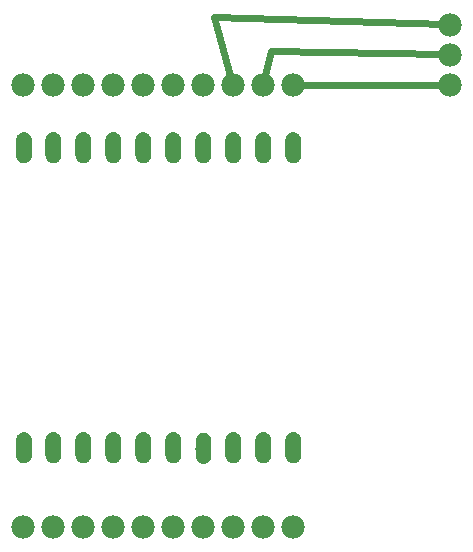
<source format=gtl>
G04 MADE WITH FRITZING*
G04 WWW.FRITZING.ORG*
G04 DOUBLE SIDED*
G04 HOLES PLATED*
G04 CONTOUR ON CENTER OF CONTOUR VECTOR*
%ASAXBY*%
%FSLAX23Y23*%
%MOIN*%
%OFA0B0*%
%SFA1.0B1.0*%
%ADD10C,0.052000*%
%ADD11C,0.078000*%
%ADD12C,0.024000*%
%ADD13R,0.001000X0.001000*%
%LNCOPPER1*%
G90*
G70*
G54D10*
X1919Y649D03*
X1819Y649D03*
X1719Y649D03*
X1620Y647D03*
X1519Y649D03*
X1419Y649D03*
X1319Y649D03*
X1219Y649D03*
X1119Y649D03*
X1021Y649D03*
X1919Y1649D03*
X1819Y1649D03*
X1719Y1649D03*
X1619Y1649D03*
X1519Y1649D03*
X1419Y1649D03*
X1319Y1649D03*
X1219Y1649D03*
X1119Y1649D03*
X1021Y1649D03*
G54D11*
X1019Y386D03*
X1119Y386D03*
X1219Y386D03*
X1319Y386D03*
X1419Y386D03*
X1519Y386D03*
X1619Y386D03*
X1719Y386D03*
X1819Y386D03*
X1919Y386D03*
X1019Y1861D03*
X1119Y1861D03*
X1219Y1861D03*
X1319Y1861D03*
X1419Y1861D03*
X1519Y1861D03*
X1619Y1861D03*
X1719Y1861D03*
X1819Y1861D03*
X1919Y1861D03*
X2444Y2061D03*
X2444Y1961D03*
X2444Y1861D03*
G54D12*
X1714Y1879D02*
X1657Y2087D01*
D02*
X1657Y2087D02*
X2425Y2062D01*
D02*
X1845Y1974D02*
X2425Y1962D01*
D02*
X1824Y1880D02*
X1845Y1974D01*
D02*
X1938Y1861D02*
X2425Y1861D01*
G54D13*
X1021Y1702D02*
X1023Y1702D01*
X1120Y1702D02*
X1120Y1702D01*
X1219Y1702D02*
X1221Y1702D01*
X1319Y1702D02*
X1321Y1702D01*
X1420Y1702D02*
X1420Y1702D01*
X1520Y1702D02*
X1520Y1702D01*
X1619Y1702D02*
X1621Y1702D01*
X1719Y1702D02*
X1721Y1702D01*
X1819Y1702D02*
X1821Y1702D01*
X1920Y1702D02*
X1920Y1702D01*
X1015Y1701D02*
X1029Y1701D01*
X1113Y1701D02*
X1127Y1701D01*
X1213Y1701D02*
X1227Y1701D01*
X1313Y1701D02*
X1327Y1701D01*
X1413Y1701D02*
X1426Y1701D01*
X1513Y1701D02*
X1526Y1701D01*
X1613Y1701D02*
X1627Y1701D01*
X1713Y1701D02*
X1727Y1701D01*
X1813Y1701D02*
X1827Y1701D01*
X1913Y1701D02*
X1926Y1701D01*
X1012Y1700D02*
X1031Y1700D01*
X1110Y1700D02*
X1129Y1700D01*
X1210Y1700D02*
X1229Y1700D01*
X1310Y1700D02*
X1329Y1700D01*
X1410Y1700D02*
X1429Y1700D01*
X1510Y1700D02*
X1529Y1700D01*
X1610Y1700D02*
X1629Y1700D01*
X1710Y1700D02*
X1729Y1700D01*
X1810Y1700D02*
X1829Y1700D01*
X1910Y1700D02*
X1929Y1700D01*
X1010Y1699D02*
X1033Y1699D01*
X1108Y1699D02*
X1131Y1699D01*
X1208Y1699D02*
X1231Y1699D01*
X1308Y1699D02*
X1331Y1699D01*
X1408Y1699D02*
X1431Y1699D01*
X1508Y1699D02*
X1531Y1699D01*
X1608Y1699D02*
X1631Y1699D01*
X1708Y1699D02*
X1731Y1699D01*
X1808Y1699D02*
X1831Y1699D01*
X1908Y1699D02*
X1931Y1699D01*
X1008Y1698D02*
X1035Y1698D01*
X1107Y1698D02*
X1133Y1698D01*
X1206Y1698D02*
X1233Y1698D01*
X1306Y1698D02*
X1333Y1698D01*
X1407Y1698D02*
X1433Y1698D01*
X1506Y1698D02*
X1533Y1698D01*
X1606Y1698D02*
X1633Y1698D01*
X1706Y1698D02*
X1733Y1698D01*
X1806Y1698D02*
X1833Y1698D01*
X1906Y1698D02*
X1933Y1698D01*
X1007Y1697D02*
X1037Y1697D01*
X1105Y1697D02*
X1135Y1697D01*
X1205Y1697D02*
X1235Y1697D01*
X1305Y1697D02*
X1335Y1697D01*
X1405Y1697D02*
X1435Y1697D01*
X1505Y1697D02*
X1535Y1697D01*
X1605Y1697D02*
X1635Y1697D01*
X1705Y1697D02*
X1735Y1697D01*
X1805Y1697D02*
X1835Y1697D01*
X1905Y1697D02*
X1934Y1697D01*
X1006Y1696D02*
X1038Y1696D01*
X1104Y1696D02*
X1136Y1696D01*
X1204Y1696D02*
X1236Y1696D01*
X1304Y1696D02*
X1336Y1696D01*
X1404Y1696D02*
X1436Y1696D01*
X1504Y1696D02*
X1536Y1696D01*
X1604Y1696D02*
X1636Y1696D01*
X1704Y1696D02*
X1736Y1696D01*
X1804Y1696D02*
X1836Y1696D01*
X1904Y1696D02*
X1936Y1696D01*
X1005Y1695D02*
X1039Y1695D01*
X1103Y1695D02*
X1137Y1695D01*
X1203Y1695D02*
X1237Y1695D01*
X1303Y1695D02*
X1337Y1695D01*
X1403Y1695D02*
X1437Y1695D01*
X1503Y1695D02*
X1537Y1695D01*
X1603Y1695D02*
X1637Y1695D01*
X1703Y1695D02*
X1737Y1695D01*
X1803Y1695D02*
X1837Y1695D01*
X1903Y1695D02*
X1937Y1695D01*
X1004Y1694D02*
X1040Y1694D01*
X1102Y1694D02*
X1138Y1694D01*
X1202Y1694D02*
X1238Y1694D01*
X1302Y1694D02*
X1338Y1694D01*
X1402Y1694D02*
X1438Y1694D01*
X1502Y1694D02*
X1538Y1694D01*
X1602Y1694D02*
X1638Y1694D01*
X1702Y1694D02*
X1738Y1694D01*
X1801Y1694D02*
X1838Y1694D01*
X1902Y1694D02*
X1938Y1694D01*
X1003Y1693D02*
X1041Y1693D01*
X1101Y1693D02*
X1139Y1693D01*
X1201Y1693D02*
X1239Y1693D01*
X1301Y1693D02*
X1339Y1693D01*
X1401Y1693D02*
X1439Y1693D01*
X1501Y1693D02*
X1539Y1693D01*
X1601Y1693D02*
X1639Y1693D01*
X1701Y1693D02*
X1739Y1693D01*
X1801Y1693D02*
X1839Y1693D01*
X1901Y1693D02*
X1939Y1693D01*
X1002Y1692D02*
X1042Y1692D01*
X1100Y1692D02*
X1140Y1692D01*
X1200Y1692D02*
X1240Y1692D01*
X1300Y1692D02*
X1340Y1692D01*
X1400Y1692D02*
X1440Y1692D01*
X1500Y1692D02*
X1540Y1692D01*
X1600Y1692D02*
X1640Y1692D01*
X1700Y1692D02*
X1740Y1692D01*
X1800Y1692D02*
X1840Y1692D01*
X1900Y1692D02*
X1940Y1692D01*
X1001Y1691D02*
X1043Y1691D01*
X1099Y1691D02*
X1141Y1691D01*
X1199Y1691D02*
X1241Y1691D01*
X1299Y1691D02*
X1341Y1691D01*
X1399Y1691D02*
X1440Y1691D01*
X1499Y1691D02*
X1540Y1691D01*
X1599Y1691D02*
X1641Y1691D01*
X1699Y1691D02*
X1740Y1691D01*
X1799Y1691D02*
X1840Y1691D01*
X1899Y1691D02*
X1940Y1691D01*
X1000Y1690D02*
X1043Y1690D01*
X1098Y1690D02*
X1141Y1690D01*
X1198Y1690D02*
X1241Y1690D01*
X1298Y1690D02*
X1341Y1690D01*
X1398Y1690D02*
X1441Y1690D01*
X1498Y1690D02*
X1541Y1690D01*
X1598Y1690D02*
X1641Y1690D01*
X1698Y1690D02*
X1741Y1690D01*
X1798Y1690D02*
X1841Y1690D01*
X1898Y1690D02*
X1941Y1690D01*
X1000Y1689D02*
X1044Y1689D01*
X1098Y1689D02*
X1142Y1689D01*
X1198Y1689D02*
X1242Y1689D01*
X1298Y1689D02*
X1342Y1689D01*
X1398Y1689D02*
X1442Y1689D01*
X1498Y1689D02*
X1542Y1689D01*
X1598Y1689D02*
X1642Y1689D01*
X1698Y1689D02*
X1742Y1689D01*
X1798Y1689D02*
X1842Y1689D01*
X1898Y1689D02*
X1942Y1689D01*
X999Y1688D02*
X1044Y1688D01*
X1097Y1688D02*
X1142Y1688D01*
X1197Y1688D02*
X1242Y1688D01*
X1297Y1688D02*
X1342Y1688D01*
X1397Y1688D02*
X1442Y1688D01*
X1497Y1688D02*
X1542Y1688D01*
X1597Y1688D02*
X1642Y1688D01*
X1697Y1688D02*
X1742Y1688D01*
X1797Y1688D02*
X1842Y1688D01*
X1897Y1688D02*
X1942Y1688D01*
X999Y1687D02*
X1045Y1687D01*
X1097Y1687D02*
X1143Y1687D01*
X1197Y1687D02*
X1243Y1687D01*
X1297Y1687D02*
X1343Y1687D01*
X1397Y1687D02*
X1443Y1687D01*
X1497Y1687D02*
X1543Y1687D01*
X1597Y1687D02*
X1643Y1687D01*
X1697Y1687D02*
X1743Y1687D01*
X1797Y1687D02*
X1843Y1687D01*
X1897Y1687D02*
X1943Y1687D01*
X998Y1686D02*
X1045Y1686D01*
X1096Y1686D02*
X1143Y1686D01*
X1196Y1686D02*
X1243Y1686D01*
X1296Y1686D02*
X1343Y1686D01*
X1396Y1686D02*
X1443Y1686D01*
X1496Y1686D02*
X1543Y1686D01*
X1596Y1686D02*
X1643Y1686D01*
X1696Y1686D02*
X1743Y1686D01*
X1796Y1686D02*
X1843Y1686D01*
X1896Y1686D02*
X1943Y1686D01*
X998Y1685D02*
X1046Y1685D01*
X1096Y1685D02*
X1144Y1685D01*
X1196Y1685D02*
X1244Y1685D01*
X1296Y1685D02*
X1344Y1685D01*
X1396Y1685D02*
X1444Y1685D01*
X1496Y1685D02*
X1544Y1685D01*
X1596Y1685D02*
X1644Y1685D01*
X1696Y1685D02*
X1744Y1685D01*
X1796Y1685D02*
X1844Y1685D01*
X1896Y1685D02*
X1944Y1685D01*
X998Y1684D02*
X1046Y1684D01*
X1096Y1684D02*
X1144Y1684D01*
X1196Y1684D02*
X1244Y1684D01*
X1296Y1684D02*
X1344Y1684D01*
X1396Y1684D02*
X1444Y1684D01*
X1496Y1684D02*
X1544Y1684D01*
X1596Y1684D02*
X1644Y1684D01*
X1696Y1684D02*
X1744Y1684D01*
X1796Y1684D02*
X1844Y1684D01*
X1896Y1684D02*
X1944Y1684D01*
X997Y1683D02*
X1046Y1683D01*
X1095Y1683D02*
X1144Y1683D01*
X1195Y1683D02*
X1244Y1683D01*
X1295Y1683D02*
X1344Y1683D01*
X1395Y1683D02*
X1444Y1683D01*
X1495Y1683D02*
X1544Y1683D01*
X1595Y1683D02*
X1644Y1683D01*
X1695Y1683D02*
X1744Y1683D01*
X1795Y1683D02*
X1844Y1683D01*
X1895Y1683D02*
X1944Y1683D01*
X997Y1682D02*
X1047Y1682D01*
X1095Y1682D02*
X1145Y1682D01*
X1195Y1682D02*
X1245Y1682D01*
X1295Y1682D02*
X1345Y1682D01*
X1395Y1682D02*
X1445Y1682D01*
X1495Y1682D02*
X1545Y1682D01*
X1595Y1682D02*
X1645Y1682D01*
X1695Y1682D02*
X1745Y1682D01*
X1795Y1682D02*
X1845Y1682D01*
X1895Y1682D02*
X1945Y1682D01*
X997Y1681D02*
X1047Y1681D01*
X1095Y1681D02*
X1145Y1681D01*
X1195Y1681D02*
X1245Y1681D01*
X1295Y1681D02*
X1345Y1681D01*
X1395Y1681D02*
X1445Y1681D01*
X1495Y1681D02*
X1545Y1681D01*
X1595Y1681D02*
X1645Y1681D01*
X1695Y1681D02*
X1745Y1681D01*
X1795Y1681D02*
X1845Y1681D01*
X1895Y1681D02*
X1945Y1681D01*
X997Y1680D02*
X1047Y1680D01*
X1095Y1680D02*
X1145Y1680D01*
X1195Y1680D02*
X1245Y1680D01*
X1295Y1680D02*
X1345Y1680D01*
X1395Y1680D02*
X1445Y1680D01*
X1495Y1680D02*
X1545Y1680D01*
X1595Y1680D02*
X1645Y1680D01*
X1695Y1680D02*
X1745Y1680D01*
X1795Y1680D02*
X1845Y1680D01*
X1895Y1680D02*
X1945Y1680D01*
X997Y1679D02*
X1047Y1679D01*
X1095Y1679D02*
X1145Y1679D01*
X1194Y1679D02*
X1245Y1679D01*
X1294Y1679D02*
X1345Y1679D01*
X1394Y1679D02*
X1445Y1679D01*
X1494Y1679D02*
X1545Y1679D01*
X1594Y1679D02*
X1645Y1679D01*
X1694Y1679D02*
X1745Y1679D01*
X1794Y1679D02*
X1845Y1679D01*
X1894Y1679D02*
X1945Y1679D01*
X996Y1678D02*
X1047Y1678D01*
X1094Y1678D02*
X1145Y1678D01*
X1194Y1678D02*
X1245Y1678D01*
X1294Y1678D02*
X1345Y1678D01*
X1394Y1678D02*
X1445Y1678D01*
X1494Y1678D02*
X1545Y1678D01*
X1594Y1678D02*
X1645Y1678D01*
X1694Y1678D02*
X1745Y1678D01*
X1794Y1678D02*
X1845Y1678D01*
X1894Y1678D02*
X1945Y1678D01*
X996Y1677D02*
X1047Y1677D01*
X1094Y1677D02*
X1145Y1677D01*
X1194Y1677D02*
X1245Y1677D01*
X1294Y1677D02*
X1345Y1677D01*
X1394Y1677D02*
X1445Y1677D01*
X1494Y1677D02*
X1545Y1677D01*
X1594Y1677D02*
X1645Y1677D01*
X1694Y1677D02*
X1745Y1677D01*
X1794Y1677D02*
X1845Y1677D01*
X1894Y1677D02*
X1945Y1677D01*
X996Y1676D02*
X1047Y1676D01*
X1094Y1676D02*
X1145Y1676D01*
X1194Y1676D02*
X1245Y1676D01*
X1294Y1676D02*
X1345Y1676D01*
X1394Y1676D02*
X1445Y1676D01*
X1494Y1676D02*
X1545Y1676D01*
X1594Y1676D02*
X1645Y1676D01*
X1694Y1676D02*
X1745Y1676D01*
X1794Y1676D02*
X1845Y1676D01*
X1894Y1676D02*
X1945Y1676D01*
X996Y1675D02*
X1047Y1675D01*
X1094Y1675D02*
X1145Y1675D01*
X1194Y1675D02*
X1245Y1675D01*
X1294Y1675D02*
X1345Y1675D01*
X1394Y1675D02*
X1445Y1675D01*
X1494Y1675D02*
X1545Y1675D01*
X1594Y1675D02*
X1645Y1675D01*
X1694Y1675D02*
X1745Y1675D01*
X1794Y1675D02*
X1845Y1675D01*
X1894Y1675D02*
X1945Y1675D01*
X996Y1674D02*
X1047Y1674D01*
X1094Y1674D02*
X1145Y1674D01*
X1194Y1674D02*
X1245Y1674D01*
X1294Y1674D02*
X1345Y1674D01*
X1394Y1674D02*
X1445Y1674D01*
X1494Y1674D02*
X1545Y1674D01*
X1594Y1674D02*
X1645Y1674D01*
X1694Y1674D02*
X1745Y1674D01*
X1794Y1674D02*
X1845Y1674D01*
X1894Y1674D02*
X1945Y1674D01*
X996Y1673D02*
X1047Y1673D01*
X1094Y1673D02*
X1145Y1673D01*
X1194Y1673D02*
X1245Y1673D01*
X1294Y1673D02*
X1345Y1673D01*
X1394Y1673D02*
X1445Y1673D01*
X1494Y1673D02*
X1545Y1673D01*
X1594Y1673D02*
X1645Y1673D01*
X1694Y1673D02*
X1745Y1673D01*
X1794Y1673D02*
X1845Y1673D01*
X1894Y1673D02*
X1945Y1673D01*
X996Y1672D02*
X1047Y1672D01*
X1094Y1672D02*
X1145Y1672D01*
X1194Y1672D02*
X1245Y1672D01*
X1294Y1672D02*
X1345Y1672D01*
X1394Y1672D02*
X1445Y1672D01*
X1494Y1672D02*
X1545Y1672D01*
X1594Y1672D02*
X1645Y1672D01*
X1694Y1672D02*
X1745Y1672D01*
X1794Y1672D02*
X1845Y1672D01*
X1894Y1672D02*
X1945Y1672D01*
X996Y1671D02*
X1047Y1671D01*
X1094Y1671D02*
X1145Y1671D01*
X1194Y1671D02*
X1245Y1671D01*
X1294Y1671D02*
X1345Y1671D01*
X1394Y1671D02*
X1445Y1671D01*
X1494Y1671D02*
X1545Y1671D01*
X1594Y1671D02*
X1645Y1671D01*
X1694Y1671D02*
X1745Y1671D01*
X1794Y1671D02*
X1845Y1671D01*
X1894Y1671D02*
X1945Y1671D01*
X996Y1670D02*
X1047Y1670D01*
X1094Y1670D02*
X1145Y1670D01*
X1194Y1670D02*
X1245Y1670D01*
X1294Y1670D02*
X1345Y1670D01*
X1394Y1670D02*
X1445Y1670D01*
X1494Y1670D02*
X1545Y1670D01*
X1594Y1670D02*
X1645Y1670D01*
X1694Y1670D02*
X1745Y1670D01*
X1794Y1670D02*
X1845Y1670D01*
X1894Y1670D02*
X1945Y1670D01*
X996Y1669D02*
X1047Y1669D01*
X1094Y1669D02*
X1145Y1669D01*
X1194Y1669D02*
X1245Y1669D01*
X1294Y1669D02*
X1345Y1669D01*
X1394Y1669D02*
X1445Y1669D01*
X1494Y1669D02*
X1545Y1669D01*
X1594Y1669D02*
X1645Y1669D01*
X1694Y1669D02*
X1745Y1669D01*
X1794Y1669D02*
X1845Y1669D01*
X1894Y1669D02*
X1945Y1669D01*
X996Y1668D02*
X1047Y1668D01*
X1094Y1668D02*
X1145Y1668D01*
X1194Y1668D02*
X1245Y1668D01*
X1294Y1668D02*
X1345Y1668D01*
X1394Y1668D02*
X1445Y1668D01*
X1494Y1668D02*
X1545Y1668D01*
X1594Y1668D02*
X1645Y1668D01*
X1694Y1668D02*
X1745Y1668D01*
X1794Y1668D02*
X1845Y1668D01*
X1894Y1668D02*
X1945Y1668D01*
X996Y1667D02*
X1047Y1667D01*
X1094Y1667D02*
X1145Y1667D01*
X1194Y1667D02*
X1245Y1667D01*
X1294Y1667D02*
X1345Y1667D01*
X1394Y1667D02*
X1445Y1667D01*
X1494Y1667D02*
X1545Y1667D01*
X1594Y1667D02*
X1645Y1667D01*
X1694Y1667D02*
X1745Y1667D01*
X1794Y1667D02*
X1845Y1667D01*
X1894Y1667D02*
X1945Y1667D01*
X996Y1666D02*
X1016Y1666D01*
X1027Y1666D02*
X1047Y1666D01*
X1094Y1666D02*
X1114Y1666D01*
X1125Y1666D02*
X1145Y1666D01*
X1194Y1666D02*
X1214Y1666D01*
X1225Y1666D02*
X1245Y1666D01*
X1294Y1666D02*
X1314Y1666D01*
X1325Y1666D02*
X1345Y1666D01*
X1394Y1666D02*
X1414Y1666D01*
X1425Y1666D02*
X1445Y1666D01*
X1494Y1666D02*
X1514Y1666D01*
X1525Y1666D02*
X1545Y1666D01*
X1594Y1666D02*
X1614Y1666D01*
X1625Y1666D02*
X1645Y1666D01*
X1694Y1666D02*
X1714Y1666D01*
X1725Y1666D02*
X1745Y1666D01*
X1794Y1666D02*
X1814Y1666D01*
X1825Y1666D02*
X1845Y1666D01*
X1894Y1666D02*
X1914Y1666D01*
X1925Y1666D02*
X1945Y1666D01*
X996Y1665D02*
X1014Y1665D01*
X1030Y1665D02*
X1047Y1665D01*
X1094Y1665D02*
X1112Y1665D01*
X1128Y1665D02*
X1145Y1665D01*
X1194Y1665D02*
X1212Y1665D01*
X1228Y1665D02*
X1245Y1665D01*
X1294Y1665D02*
X1312Y1665D01*
X1328Y1665D02*
X1345Y1665D01*
X1394Y1665D02*
X1412Y1665D01*
X1427Y1665D02*
X1445Y1665D01*
X1494Y1665D02*
X1512Y1665D01*
X1527Y1665D02*
X1545Y1665D01*
X1594Y1665D02*
X1612Y1665D01*
X1628Y1665D02*
X1645Y1665D01*
X1694Y1665D02*
X1712Y1665D01*
X1728Y1665D02*
X1745Y1665D01*
X1794Y1665D02*
X1812Y1665D01*
X1827Y1665D02*
X1845Y1665D01*
X1894Y1665D02*
X1912Y1665D01*
X1927Y1665D02*
X1945Y1665D01*
X996Y1664D02*
X1012Y1664D01*
X1031Y1664D02*
X1047Y1664D01*
X1094Y1664D02*
X1110Y1664D01*
X1129Y1664D02*
X1145Y1664D01*
X1194Y1664D02*
X1210Y1664D01*
X1229Y1664D02*
X1245Y1664D01*
X1294Y1664D02*
X1310Y1664D01*
X1329Y1664D02*
X1345Y1664D01*
X1394Y1664D02*
X1410Y1664D01*
X1429Y1664D02*
X1445Y1664D01*
X1494Y1664D02*
X1510Y1664D01*
X1529Y1664D02*
X1545Y1664D01*
X1594Y1664D02*
X1610Y1664D01*
X1629Y1664D02*
X1645Y1664D01*
X1694Y1664D02*
X1710Y1664D01*
X1729Y1664D02*
X1745Y1664D01*
X1794Y1664D02*
X1810Y1664D01*
X1829Y1664D02*
X1845Y1664D01*
X1894Y1664D02*
X1910Y1664D01*
X1929Y1664D02*
X1945Y1664D01*
X996Y1663D02*
X1011Y1663D01*
X1033Y1663D02*
X1047Y1663D01*
X1094Y1663D02*
X1109Y1663D01*
X1131Y1663D02*
X1145Y1663D01*
X1194Y1663D02*
X1209Y1663D01*
X1231Y1663D02*
X1245Y1663D01*
X1294Y1663D02*
X1309Y1663D01*
X1331Y1663D02*
X1345Y1663D01*
X1394Y1663D02*
X1409Y1663D01*
X1430Y1663D02*
X1445Y1663D01*
X1494Y1663D02*
X1509Y1663D01*
X1530Y1663D02*
X1545Y1663D01*
X1594Y1663D02*
X1609Y1663D01*
X1631Y1663D02*
X1645Y1663D01*
X1694Y1663D02*
X1709Y1663D01*
X1730Y1663D02*
X1745Y1663D01*
X1794Y1663D02*
X1809Y1663D01*
X1830Y1663D02*
X1845Y1663D01*
X1894Y1663D02*
X1909Y1663D01*
X1930Y1663D02*
X1945Y1663D01*
X996Y1662D02*
X1010Y1662D01*
X1034Y1662D02*
X1047Y1662D01*
X1094Y1662D02*
X1108Y1662D01*
X1132Y1662D02*
X1145Y1662D01*
X1194Y1662D02*
X1208Y1662D01*
X1232Y1662D02*
X1245Y1662D01*
X1294Y1662D02*
X1308Y1662D01*
X1332Y1662D02*
X1345Y1662D01*
X1394Y1662D02*
X1408Y1662D01*
X1432Y1662D02*
X1445Y1662D01*
X1494Y1662D02*
X1508Y1662D01*
X1532Y1662D02*
X1545Y1662D01*
X1594Y1662D02*
X1608Y1662D01*
X1632Y1662D02*
X1645Y1662D01*
X1694Y1662D02*
X1708Y1662D01*
X1732Y1662D02*
X1745Y1662D01*
X1794Y1662D02*
X1808Y1662D01*
X1832Y1662D02*
X1845Y1662D01*
X1894Y1662D02*
X1908Y1662D01*
X1932Y1662D02*
X1945Y1662D01*
X996Y1661D02*
X1009Y1661D01*
X1035Y1661D02*
X1047Y1661D01*
X1094Y1661D02*
X1107Y1661D01*
X1133Y1661D02*
X1145Y1661D01*
X1194Y1661D02*
X1207Y1661D01*
X1233Y1661D02*
X1245Y1661D01*
X1294Y1661D02*
X1307Y1661D01*
X1333Y1661D02*
X1345Y1661D01*
X1394Y1661D02*
X1407Y1661D01*
X1432Y1661D02*
X1445Y1661D01*
X1494Y1661D02*
X1507Y1661D01*
X1532Y1661D02*
X1545Y1661D01*
X1594Y1661D02*
X1607Y1661D01*
X1632Y1661D02*
X1645Y1661D01*
X1694Y1661D02*
X1707Y1661D01*
X1732Y1661D02*
X1745Y1661D01*
X1794Y1661D02*
X1807Y1661D01*
X1832Y1661D02*
X1845Y1661D01*
X1894Y1661D02*
X1907Y1661D01*
X1932Y1661D02*
X1945Y1661D01*
X996Y1660D02*
X1008Y1660D01*
X1035Y1660D02*
X1047Y1660D01*
X1094Y1660D02*
X1106Y1660D01*
X1133Y1660D02*
X1145Y1660D01*
X1194Y1660D02*
X1206Y1660D01*
X1233Y1660D02*
X1245Y1660D01*
X1294Y1660D02*
X1306Y1660D01*
X1333Y1660D02*
X1345Y1660D01*
X1394Y1660D02*
X1406Y1660D01*
X1433Y1660D02*
X1445Y1660D01*
X1494Y1660D02*
X1506Y1660D01*
X1533Y1660D02*
X1545Y1660D01*
X1594Y1660D02*
X1606Y1660D01*
X1633Y1660D02*
X1645Y1660D01*
X1694Y1660D02*
X1706Y1660D01*
X1733Y1660D02*
X1745Y1660D01*
X1794Y1660D02*
X1806Y1660D01*
X1833Y1660D02*
X1845Y1660D01*
X1894Y1660D02*
X1906Y1660D01*
X1933Y1660D02*
X1945Y1660D01*
X996Y1659D02*
X1008Y1659D01*
X1036Y1659D02*
X1047Y1659D01*
X1094Y1659D02*
X1106Y1659D01*
X1134Y1659D02*
X1145Y1659D01*
X1194Y1659D02*
X1206Y1659D01*
X1234Y1659D02*
X1245Y1659D01*
X1294Y1659D02*
X1306Y1659D01*
X1334Y1659D02*
X1345Y1659D01*
X1394Y1659D02*
X1406Y1659D01*
X1434Y1659D02*
X1445Y1659D01*
X1494Y1659D02*
X1506Y1659D01*
X1534Y1659D02*
X1545Y1659D01*
X1594Y1659D02*
X1606Y1659D01*
X1634Y1659D02*
X1645Y1659D01*
X1694Y1659D02*
X1706Y1659D01*
X1734Y1659D02*
X1745Y1659D01*
X1794Y1659D02*
X1806Y1659D01*
X1834Y1659D02*
X1845Y1659D01*
X1894Y1659D02*
X1906Y1659D01*
X1934Y1659D02*
X1945Y1659D01*
X996Y1658D02*
X1007Y1658D01*
X1037Y1658D02*
X1047Y1658D01*
X1094Y1658D02*
X1105Y1658D01*
X1134Y1658D02*
X1145Y1658D01*
X1194Y1658D02*
X1205Y1658D01*
X1234Y1658D02*
X1245Y1658D01*
X1294Y1658D02*
X1305Y1658D01*
X1334Y1658D02*
X1345Y1658D01*
X1394Y1658D02*
X1405Y1658D01*
X1434Y1658D02*
X1445Y1658D01*
X1494Y1658D02*
X1505Y1658D01*
X1534Y1658D02*
X1545Y1658D01*
X1594Y1658D02*
X1605Y1658D01*
X1634Y1658D02*
X1645Y1658D01*
X1694Y1658D02*
X1705Y1658D01*
X1734Y1658D02*
X1745Y1658D01*
X1794Y1658D02*
X1805Y1658D01*
X1834Y1658D02*
X1845Y1658D01*
X1894Y1658D02*
X1905Y1658D01*
X1934Y1658D02*
X1945Y1658D01*
X996Y1657D02*
X1007Y1657D01*
X1037Y1657D02*
X1047Y1657D01*
X1094Y1657D02*
X1105Y1657D01*
X1135Y1657D02*
X1145Y1657D01*
X1194Y1657D02*
X1205Y1657D01*
X1235Y1657D02*
X1245Y1657D01*
X1294Y1657D02*
X1305Y1657D01*
X1335Y1657D02*
X1345Y1657D01*
X1394Y1657D02*
X1405Y1657D01*
X1435Y1657D02*
X1445Y1657D01*
X1494Y1657D02*
X1505Y1657D01*
X1535Y1657D02*
X1545Y1657D01*
X1594Y1657D02*
X1604Y1657D01*
X1635Y1657D02*
X1645Y1657D01*
X1694Y1657D02*
X1704Y1657D01*
X1735Y1657D02*
X1745Y1657D01*
X1794Y1657D02*
X1804Y1657D01*
X1835Y1657D02*
X1845Y1657D01*
X1894Y1657D02*
X1904Y1657D01*
X1935Y1657D02*
X1945Y1657D01*
X996Y1656D02*
X1006Y1656D01*
X1037Y1656D02*
X1047Y1656D01*
X1094Y1656D02*
X1104Y1656D01*
X1135Y1656D02*
X1145Y1656D01*
X1194Y1656D02*
X1204Y1656D01*
X1235Y1656D02*
X1245Y1656D01*
X1294Y1656D02*
X1304Y1656D01*
X1335Y1656D02*
X1345Y1656D01*
X1394Y1656D02*
X1404Y1656D01*
X1435Y1656D02*
X1445Y1656D01*
X1494Y1656D02*
X1504Y1656D01*
X1535Y1656D02*
X1545Y1656D01*
X1594Y1656D02*
X1604Y1656D01*
X1635Y1656D02*
X1645Y1656D01*
X1694Y1656D02*
X1704Y1656D01*
X1735Y1656D02*
X1745Y1656D01*
X1794Y1656D02*
X1804Y1656D01*
X1835Y1656D02*
X1845Y1656D01*
X1894Y1656D02*
X1904Y1656D01*
X1935Y1656D02*
X1945Y1656D01*
X996Y1655D02*
X1006Y1655D01*
X1038Y1655D02*
X1047Y1655D01*
X1094Y1655D02*
X1104Y1655D01*
X1136Y1655D02*
X1145Y1655D01*
X1194Y1655D02*
X1204Y1655D01*
X1236Y1655D02*
X1245Y1655D01*
X1294Y1655D02*
X1304Y1655D01*
X1336Y1655D02*
X1345Y1655D01*
X1394Y1655D02*
X1404Y1655D01*
X1436Y1655D02*
X1445Y1655D01*
X1494Y1655D02*
X1504Y1655D01*
X1536Y1655D02*
X1545Y1655D01*
X1594Y1655D02*
X1604Y1655D01*
X1636Y1655D02*
X1645Y1655D01*
X1694Y1655D02*
X1704Y1655D01*
X1736Y1655D02*
X1745Y1655D01*
X1794Y1655D02*
X1804Y1655D01*
X1836Y1655D02*
X1845Y1655D01*
X1894Y1655D02*
X1904Y1655D01*
X1936Y1655D02*
X1945Y1655D01*
X996Y1654D02*
X1006Y1654D01*
X1038Y1654D02*
X1047Y1654D01*
X1094Y1654D02*
X1104Y1654D01*
X1136Y1654D02*
X1145Y1654D01*
X1194Y1654D02*
X1204Y1654D01*
X1236Y1654D02*
X1245Y1654D01*
X1294Y1654D02*
X1304Y1654D01*
X1336Y1654D02*
X1345Y1654D01*
X1394Y1654D02*
X1404Y1654D01*
X1436Y1654D02*
X1445Y1654D01*
X1494Y1654D02*
X1504Y1654D01*
X1536Y1654D02*
X1545Y1654D01*
X1594Y1654D02*
X1604Y1654D01*
X1636Y1654D02*
X1645Y1654D01*
X1694Y1654D02*
X1704Y1654D01*
X1736Y1654D02*
X1745Y1654D01*
X1794Y1654D02*
X1804Y1654D01*
X1836Y1654D02*
X1845Y1654D01*
X1894Y1654D02*
X1904Y1654D01*
X1936Y1654D02*
X1945Y1654D01*
X996Y1653D02*
X1006Y1653D01*
X1038Y1653D02*
X1047Y1653D01*
X1094Y1653D02*
X1104Y1653D01*
X1136Y1653D02*
X1145Y1653D01*
X1194Y1653D02*
X1203Y1653D01*
X1236Y1653D02*
X1245Y1653D01*
X1294Y1653D02*
X1303Y1653D01*
X1336Y1653D02*
X1345Y1653D01*
X1394Y1653D02*
X1403Y1653D01*
X1436Y1653D02*
X1445Y1653D01*
X1494Y1653D02*
X1503Y1653D01*
X1536Y1653D02*
X1545Y1653D01*
X1594Y1653D02*
X1603Y1653D01*
X1636Y1653D02*
X1645Y1653D01*
X1694Y1653D02*
X1703Y1653D01*
X1736Y1653D02*
X1745Y1653D01*
X1794Y1653D02*
X1803Y1653D01*
X1836Y1653D02*
X1845Y1653D01*
X1894Y1653D02*
X1903Y1653D01*
X1936Y1653D02*
X1945Y1653D01*
X996Y1652D02*
X1005Y1652D01*
X1038Y1652D02*
X1047Y1652D01*
X1094Y1652D02*
X1103Y1652D01*
X1136Y1652D02*
X1145Y1652D01*
X1194Y1652D02*
X1203Y1652D01*
X1236Y1652D02*
X1245Y1652D01*
X1294Y1652D02*
X1303Y1652D01*
X1336Y1652D02*
X1345Y1652D01*
X1394Y1652D02*
X1403Y1652D01*
X1436Y1652D02*
X1445Y1652D01*
X1494Y1652D02*
X1503Y1652D01*
X1536Y1652D02*
X1545Y1652D01*
X1594Y1652D02*
X1603Y1652D01*
X1636Y1652D02*
X1645Y1652D01*
X1694Y1652D02*
X1703Y1652D01*
X1736Y1652D02*
X1745Y1652D01*
X1794Y1652D02*
X1803Y1652D01*
X1836Y1652D02*
X1845Y1652D01*
X1894Y1652D02*
X1903Y1652D01*
X1936Y1652D02*
X1945Y1652D01*
X996Y1651D02*
X1005Y1651D01*
X1038Y1651D02*
X1047Y1651D01*
X1094Y1651D02*
X1103Y1651D01*
X1136Y1651D02*
X1145Y1651D01*
X1194Y1651D02*
X1203Y1651D01*
X1236Y1651D02*
X1245Y1651D01*
X1294Y1651D02*
X1303Y1651D01*
X1336Y1651D02*
X1345Y1651D01*
X1394Y1651D02*
X1403Y1651D01*
X1436Y1651D02*
X1445Y1651D01*
X1494Y1651D02*
X1503Y1651D01*
X1536Y1651D02*
X1545Y1651D01*
X1594Y1651D02*
X1603Y1651D01*
X1636Y1651D02*
X1645Y1651D01*
X1694Y1651D02*
X1703Y1651D01*
X1736Y1651D02*
X1745Y1651D01*
X1794Y1651D02*
X1803Y1651D01*
X1836Y1651D02*
X1845Y1651D01*
X1894Y1651D02*
X1903Y1651D01*
X1936Y1651D02*
X1945Y1651D01*
X996Y1650D02*
X1005Y1650D01*
X1038Y1650D02*
X1047Y1650D01*
X1094Y1650D02*
X1103Y1650D01*
X1136Y1650D02*
X1145Y1650D01*
X1194Y1650D02*
X1203Y1650D01*
X1236Y1650D02*
X1245Y1650D01*
X1294Y1650D02*
X1303Y1650D01*
X1336Y1650D02*
X1345Y1650D01*
X1394Y1650D02*
X1403Y1650D01*
X1436Y1650D02*
X1445Y1650D01*
X1494Y1650D02*
X1503Y1650D01*
X1536Y1650D02*
X1545Y1650D01*
X1594Y1650D02*
X1603Y1650D01*
X1636Y1650D02*
X1645Y1650D01*
X1694Y1650D02*
X1703Y1650D01*
X1736Y1650D02*
X1745Y1650D01*
X1794Y1650D02*
X1803Y1650D01*
X1836Y1650D02*
X1845Y1650D01*
X1894Y1650D02*
X1903Y1650D01*
X1936Y1650D02*
X1945Y1650D01*
X996Y1649D02*
X1005Y1649D01*
X1038Y1649D02*
X1047Y1649D01*
X1094Y1649D02*
X1103Y1649D01*
X1136Y1649D02*
X1145Y1649D01*
X1194Y1649D02*
X1203Y1649D01*
X1236Y1649D02*
X1245Y1649D01*
X1294Y1649D02*
X1303Y1649D01*
X1336Y1649D02*
X1345Y1649D01*
X1394Y1649D02*
X1403Y1649D01*
X1436Y1649D02*
X1445Y1649D01*
X1494Y1649D02*
X1503Y1649D01*
X1536Y1649D02*
X1545Y1649D01*
X1594Y1649D02*
X1603Y1649D01*
X1636Y1649D02*
X1645Y1649D01*
X1694Y1649D02*
X1703Y1649D01*
X1736Y1649D02*
X1745Y1649D01*
X1794Y1649D02*
X1803Y1649D01*
X1836Y1649D02*
X1845Y1649D01*
X1894Y1649D02*
X1903Y1649D01*
X1936Y1649D02*
X1945Y1649D01*
X996Y1648D02*
X1006Y1648D01*
X1038Y1648D02*
X1047Y1648D01*
X1094Y1648D02*
X1104Y1648D01*
X1136Y1648D02*
X1145Y1648D01*
X1194Y1648D02*
X1204Y1648D01*
X1236Y1648D02*
X1245Y1648D01*
X1294Y1648D02*
X1304Y1648D01*
X1336Y1648D02*
X1345Y1648D01*
X1394Y1648D02*
X1404Y1648D01*
X1436Y1648D02*
X1445Y1648D01*
X1494Y1648D02*
X1504Y1648D01*
X1536Y1648D02*
X1545Y1648D01*
X1594Y1648D02*
X1604Y1648D01*
X1636Y1648D02*
X1645Y1648D01*
X1694Y1648D02*
X1704Y1648D01*
X1736Y1648D02*
X1745Y1648D01*
X1794Y1648D02*
X1803Y1648D01*
X1836Y1648D02*
X1845Y1648D01*
X1894Y1648D02*
X1903Y1648D01*
X1936Y1648D02*
X1945Y1648D01*
X996Y1647D02*
X1006Y1647D01*
X1038Y1647D02*
X1047Y1647D01*
X1094Y1647D02*
X1104Y1647D01*
X1136Y1647D02*
X1145Y1647D01*
X1194Y1647D02*
X1204Y1647D01*
X1236Y1647D02*
X1245Y1647D01*
X1294Y1647D02*
X1304Y1647D01*
X1336Y1647D02*
X1345Y1647D01*
X1394Y1647D02*
X1404Y1647D01*
X1436Y1647D02*
X1445Y1647D01*
X1494Y1647D02*
X1504Y1647D01*
X1536Y1647D02*
X1545Y1647D01*
X1594Y1647D02*
X1604Y1647D01*
X1636Y1647D02*
X1645Y1647D01*
X1694Y1647D02*
X1704Y1647D01*
X1736Y1647D02*
X1745Y1647D01*
X1794Y1647D02*
X1804Y1647D01*
X1836Y1647D02*
X1845Y1647D01*
X1894Y1647D02*
X1904Y1647D01*
X1936Y1647D02*
X1945Y1647D01*
X996Y1646D02*
X1006Y1646D01*
X1037Y1646D02*
X1047Y1646D01*
X1094Y1646D02*
X1104Y1646D01*
X1135Y1646D02*
X1145Y1646D01*
X1194Y1646D02*
X1204Y1646D01*
X1235Y1646D02*
X1245Y1646D01*
X1294Y1646D02*
X1304Y1646D01*
X1335Y1646D02*
X1345Y1646D01*
X1394Y1646D02*
X1404Y1646D01*
X1435Y1646D02*
X1445Y1646D01*
X1494Y1646D02*
X1504Y1646D01*
X1535Y1646D02*
X1545Y1646D01*
X1594Y1646D02*
X1604Y1646D01*
X1635Y1646D02*
X1645Y1646D01*
X1694Y1646D02*
X1704Y1646D01*
X1735Y1646D02*
X1745Y1646D01*
X1794Y1646D02*
X1804Y1646D01*
X1835Y1646D02*
X1845Y1646D01*
X1894Y1646D02*
X1904Y1646D01*
X1935Y1646D02*
X1945Y1646D01*
X996Y1645D02*
X1006Y1645D01*
X1037Y1645D02*
X1047Y1645D01*
X1094Y1645D02*
X1104Y1645D01*
X1135Y1645D02*
X1145Y1645D01*
X1194Y1645D02*
X1204Y1645D01*
X1235Y1645D02*
X1245Y1645D01*
X1294Y1645D02*
X1304Y1645D01*
X1335Y1645D02*
X1345Y1645D01*
X1394Y1645D02*
X1404Y1645D01*
X1435Y1645D02*
X1445Y1645D01*
X1494Y1645D02*
X1504Y1645D01*
X1535Y1645D02*
X1545Y1645D01*
X1594Y1645D02*
X1604Y1645D01*
X1635Y1645D02*
X1645Y1645D01*
X1694Y1645D02*
X1704Y1645D01*
X1735Y1645D02*
X1745Y1645D01*
X1794Y1645D02*
X1804Y1645D01*
X1835Y1645D02*
X1845Y1645D01*
X1894Y1645D02*
X1904Y1645D01*
X1935Y1645D02*
X1945Y1645D01*
X996Y1644D02*
X1007Y1644D01*
X1037Y1644D02*
X1047Y1644D01*
X1094Y1644D02*
X1105Y1644D01*
X1135Y1644D02*
X1145Y1644D01*
X1194Y1644D02*
X1205Y1644D01*
X1235Y1644D02*
X1245Y1644D01*
X1294Y1644D02*
X1305Y1644D01*
X1335Y1644D02*
X1345Y1644D01*
X1394Y1644D02*
X1405Y1644D01*
X1435Y1644D02*
X1445Y1644D01*
X1494Y1644D02*
X1505Y1644D01*
X1535Y1644D02*
X1545Y1644D01*
X1594Y1644D02*
X1605Y1644D01*
X1635Y1644D02*
X1645Y1644D01*
X1694Y1644D02*
X1705Y1644D01*
X1735Y1644D02*
X1745Y1644D01*
X1794Y1644D02*
X1805Y1644D01*
X1835Y1644D02*
X1845Y1644D01*
X1894Y1644D02*
X1905Y1644D01*
X1935Y1644D02*
X1945Y1644D01*
X996Y1643D02*
X1007Y1643D01*
X1036Y1643D02*
X1047Y1643D01*
X1094Y1643D02*
X1105Y1643D01*
X1134Y1643D02*
X1145Y1643D01*
X1194Y1643D02*
X1205Y1643D01*
X1234Y1643D02*
X1245Y1643D01*
X1294Y1643D02*
X1305Y1643D01*
X1334Y1643D02*
X1345Y1643D01*
X1394Y1643D02*
X1405Y1643D01*
X1434Y1643D02*
X1445Y1643D01*
X1494Y1643D02*
X1505Y1643D01*
X1534Y1643D02*
X1545Y1643D01*
X1594Y1643D02*
X1605Y1643D01*
X1634Y1643D02*
X1645Y1643D01*
X1694Y1643D02*
X1705Y1643D01*
X1734Y1643D02*
X1745Y1643D01*
X1794Y1643D02*
X1805Y1643D01*
X1834Y1643D02*
X1845Y1643D01*
X1894Y1643D02*
X1905Y1643D01*
X1934Y1643D02*
X1945Y1643D01*
X996Y1642D02*
X1008Y1642D01*
X1036Y1642D02*
X1047Y1642D01*
X1094Y1642D02*
X1106Y1642D01*
X1134Y1642D02*
X1145Y1642D01*
X1194Y1642D02*
X1206Y1642D01*
X1234Y1642D02*
X1245Y1642D01*
X1294Y1642D02*
X1306Y1642D01*
X1334Y1642D02*
X1345Y1642D01*
X1394Y1642D02*
X1406Y1642D01*
X1434Y1642D02*
X1445Y1642D01*
X1494Y1642D02*
X1506Y1642D01*
X1534Y1642D02*
X1545Y1642D01*
X1594Y1642D02*
X1606Y1642D01*
X1634Y1642D02*
X1645Y1642D01*
X1694Y1642D02*
X1706Y1642D01*
X1733Y1642D02*
X1745Y1642D01*
X1794Y1642D02*
X1806Y1642D01*
X1833Y1642D02*
X1845Y1642D01*
X1894Y1642D02*
X1906Y1642D01*
X1933Y1642D02*
X1945Y1642D01*
X996Y1641D02*
X1009Y1641D01*
X1035Y1641D02*
X1047Y1641D01*
X1094Y1641D02*
X1107Y1641D01*
X1133Y1641D02*
X1145Y1641D01*
X1194Y1641D02*
X1207Y1641D01*
X1233Y1641D02*
X1245Y1641D01*
X1294Y1641D02*
X1307Y1641D01*
X1333Y1641D02*
X1345Y1641D01*
X1394Y1641D02*
X1407Y1641D01*
X1433Y1641D02*
X1445Y1641D01*
X1494Y1641D02*
X1507Y1641D01*
X1533Y1641D02*
X1545Y1641D01*
X1594Y1641D02*
X1607Y1641D01*
X1633Y1641D02*
X1645Y1641D01*
X1694Y1641D02*
X1707Y1641D01*
X1733Y1641D02*
X1745Y1641D01*
X1794Y1641D02*
X1807Y1641D01*
X1833Y1641D02*
X1845Y1641D01*
X1894Y1641D02*
X1907Y1641D01*
X1933Y1641D02*
X1945Y1641D01*
X996Y1640D02*
X1010Y1640D01*
X1034Y1640D02*
X1047Y1640D01*
X1094Y1640D02*
X1108Y1640D01*
X1132Y1640D02*
X1145Y1640D01*
X1194Y1640D02*
X1208Y1640D01*
X1232Y1640D02*
X1245Y1640D01*
X1294Y1640D02*
X1308Y1640D01*
X1332Y1640D02*
X1345Y1640D01*
X1394Y1640D02*
X1408Y1640D01*
X1432Y1640D02*
X1445Y1640D01*
X1494Y1640D02*
X1508Y1640D01*
X1532Y1640D02*
X1545Y1640D01*
X1594Y1640D02*
X1608Y1640D01*
X1632Y1640D02*
X1645Y1640D01*
X1694Y1640D02*
X1708Y1640D01*
X1732Y1640D02*
X1745Y1640D01*
X1794Y1640D02*
X1808Y1640D01*
X1832Y1640D02*
X1845Y1640D01*
X1894Y1640D02*
X1907Y1640D01*
X1932Y1640D02*
X1945Y1640D01*
X996Y1639D02*
X1011Y1639D01*
X1033Y1639D02*
X1047Y1639D01*
X1094Y1639D02*
X1109Y1639D01*
X1131Y1639D02*
X1145Y1639D01*
X1194Y1639D02*
X1209Y1639D01*
X1231Y1639D02*
X1245Y1639D01*
X1294Y1639D02*
X1309Y1639D01*
X1331Y1639D02*
X1345Y1639D01*
X1394Y1639D02*
X1409Y1639D01*
X1431Y1639D02*
X1445Y1639D01*
X1494Y1639D02*
X1509Y1639D01*
X1531Y1639D02*
X1545Y1639D01*
X1594Y1639D02*
X1609Y1639D01*
X1631Y1639D02*
X1645Y1639D01*
X1694Y1639D02*
X1709Y1639D01*
X1731Y1639D02*
X1745Y1639D01*
X1794Y1639D02*
X1809Y1639D01*
X1831Y1639D02*
X1845Y1639D01*
X1894Y1639D02*
X1909Y1639D01*
X1931Y1639D02*
X1945Y1639D01*
X996Y1638D02*
X1012Y1638D01*
X1032Y1638D02*
X1047Y1638D01*
X1094Y1638D02*
X1110Y1638D01*
X1130Y1638D02*
X1145Y1638D01*
X1194Y1638D02*
X1210Y1638D01*
X1230Y1638D02*
X1245Y1638D01*
X1294Y1638D02*
X1310Y1638D01*
X1330Y1638D02*
X1345Y1638D01*
X1394Y1638D02*
X1410Y1638D01*
X1430Y1638D02*
X1445Y1638D01*
X1494Y1638D02*
X1510Y1638D01*
X1530Y1638D02*
X1545Y1638D01*
X1594Y1638D02*
X1610Y1638D01*
X1630Y1638D02*
X1645Y1638D01*
X1694Y1638D02*
X1710Y1638D01*
X1730Y1638D02*
X1745Y1638D01*
X1794Y1638D02*
X1810Y1638D01*
X1830Y1638D02*
X1845Y1638D01*
X1894Y1638D02*
X1910Y1638D01*
X1930Y1638D02*
X1945Y1638D01*
X996Y1637D02*
X1013Y1637D01*
X1030Y1637D02*
X1047Y1637D01*
X1094Y1637D02*
X1111Y1637D01*
X1128Y1637D02*
X1145Y1637D01*
X1194Y1637D02*
X1211Y1637D01*
X1228Y1637D02*
X1245Y1637D01*
X1294Y1637D02*
X1311Y1637D01*
X1328Y1637D02*
X1345Y1637D01*
X1394Y1637D02*
X1411Y1637D01*
X1428Y1637D02*
X1445Y1637D01*
X1494Y1637D02*
X1511Y1637D01*
X1528Y1637D02*
X1545Y1637D01*
X1594Y1637D02*
X1611Y1637D01*
X1628Y1637D02*
X1645Y1637D01*
X1694Y1637D02*
X1711Y1637D01*
X1728Y1637D02*
X1745Y1637D01*
X1794Y1637D02*
X1811Y1637D01*
X1828Y1637D02*
X1845Y1637D01*
X1894Y1637D02*
X1911Y1637D01*
X1928Y1637D02*
X1945Y1637D01*
X996Y1636D02*
X1015Y1636D01*
X1028Y1636D02*
X1047Y1636D01*
X1094Y1636D02*
X1113Y1636D01*
X1126Y1636D02*
X1145Y1636D01*
X1194Y1636D02*
X1213Y1636D01*
X1226Y1636D02*
X1245Y1636D01*
X1294Y1636D02*
X1313Y1636D01*
X1326Y1636D02*
X1345Y1636D01*
X1394Y1636D02*
X1413Y1636D01*
X1426Y1636D02*
X1445Y1636D01*
X1494Y1636D02*
X1513Y1636D01*
X1526Y1636D02*
X1545Y1636D01*
X1594Y1636D02*
X1613Y1636D01*
X1626Y1636D02*
X1645Y1636D01*
X1694Y1636D02*
X1713Y1636D01*
X1726Y1636D02*
X1745Y1636D01*
X1794Y1636D02*
X1813Y1636D01*
X1826Y1636D02*
X1845Y1636D01*
X1894Y1636D02*
X1913Y1636D01*
X1926Y1636D02*
X1945Y1636D01*
X996Y1635D02*
X1020Y1635D01*
X1024Y1635D02*
X1047Y1635D01*
X1094Y1635D02*
X1118Y1635D01*
X1122Y1635D02*
X1145Y1635D01*
X1194Y1635D02*
X1218Y1635D01*
X1222Y1635D02*
X1245Y1635D01*
X1294Y1635D02*
X1318Y1635D01*
X1322Y1635D02*
X1345Y1635D01*
X1394Y1635D02*
X1418Y1635D01*
X1422Y1635D02*
X1445Y1635D01*
X1494Y1635D02*
X1518Y1635D01*
X1522Y1635D02*
X1545Y1635D01*
X1594Y1635D02*
X1618Y1635D01*
X1622Y1635D02*
X1645Y1635D01*
X1694Y1635D02*
X1718Y1635D01*
X1722Y1635D02*
X1745Y1635D01*
X1794Y1635D02*
X1818Y1635D01*
X1822Y1635D02*
X1845Y1635D01*
X1894Y1635D02*
X1918Y1635D01*
X1922Y1635D02*
X1945Y1635D01*
X996Y1634D02*
X1047Y1634D01*
X1094Y1634D02*
X1145Y1634D01*
X1194Y1634D02*
X1245Y1634D01*
X1294Y1634D02*
X1345Y1634D01*
X1394Y1634D02*
X1445Y1634D01*
X1494Y1634D02*
X1545Y1634D01*
X1594Y1634D02*
X1645Y1634D01*
X1694Y1634D02*
X1745Y1634D01*
X1794Y1634D02*
X1845Y1634D01*
X1894Y1634D02*
X1945Y1634D01*
X996Y1633D02*
X1047Y1633D01*
X1094Y1633D02*
X1145Y1633D01*
X1194Y1633D02*
X1245Y1633D01*
X1294Y1633D02*
X1345Y1633D01*
X1394Y1633D02*
X1445Y1633D01*
X1494Y1633D02*
X1545Y1633D01*
X1594Y1633D02*
X1645Y1633D01*
X1694Y1633D02*
X1745Y1633D01*
X1794Y1633D02*
X1845Y1633D01*
X1894Y1633D02*
X1945Y1633D01*
X996Y1632D02*
X1047Y1632D01*
X1094Y1632D02*
X1145Y1632D01*
X1194Y1632D02*
X1245Y1632D01*
X1294Y1632D02*
X1345Y1632D01*
X1394Y1632D02*
X1445Y1632D01*
X1494Y1632D02*
X1545Y1632D01*
X1594Y1632D02*
X1645Y1632D01*
X1694Y1632D02*
X1745Y1632D01*
X1794Y1632D02*
X1845Y1632D01*
X1894Y1632D02*
X1945Y1632D01*
X996Y1631D02*
X1047Y1631D01*
X1094Y1631D02*
X1145Y1631D01*
X1194Y1631D02*
X1245Y1631D01*
X1294Y1631D02*
X1345Y1631D01*
X1394Y1631D02*
X1445Y1631D01*
X1494Y1631D02*
X1545Y1631D01*
X1594Y1631D02*
X1645Y1631D01*
X1694Y1631D02*
X1745Y1631D01*
X1794Y1631D02*
X1845Y1631D01*
X1894Y1631D02*
X1945Y1631D01*
X996Y1630D02*
X1047Y1630D01*
X1094Y1630D02*
X1145Y1630D01*
X1194Y1630D02*
X1245Y1630D01*
X1294Y1630D02*
X1345Y1630D01*
X1394Y1630D02*
X1445Y1630D01*
X1494Y1630D02*
X1545Y1630D01*
X1594Y1630D02*
X1645Y1630D01*
X1694Y1630D02*
X1745Y1630D01*
X1794Y1630D02*
X1845Y1630D01*
X1894Y1630D02*
X1945Y1630D01*
X996Y1629D02*
X1047Y1629D01*
X1094Y1629D02*
X1145Y1629D01*
X1194Y1629D02*
X1245Y1629D01*
X1294Y1629D02*
X1345Y1629D01*
X1394Y1629D02*
X1445Y1629D01*
X1494Y1629D02*
X1545Y1629D01*
X1594Y1629D02*
X1645Y1629D01*
X1694Y1629D02*
X1745Y1629D01*
X1794Y1629D02*
X1845Y1629D01*
X1894Y1629D02*
X1945Y1629D01*
X996Y1628D02*
X1047Y1628D01*
X1094Y1628D02*
X1145Y1628D01*
X1194Y1628D02*
X1245Y1628D01*
X1294Y1628D02*
X1345Y1628D01*
X1394Y1628D02*
X1445Y1628D01*
X1494Y1628D02*
X1545Y1628D01*
X1594Y1628D02*
X1645Y1628D01*
X1694Y1628D02*
X1745Y1628D01*
X1794Y1628D02*
X1845Y1628D01*
X1894Y1628D02*
X1945Y1628D01*
X996Y1627D02*
X1047Y1627D01*
X1094Y1627D02*
X1145Y1627D01*
X1194Y1627D02*
X1245Y1627D01*
X1294Y1627D02*
X1345Y1627D01*
X1394Y1627D02*
X1445Y1627D01*
X1494Y1627D02*
X1545Y1627D01*
X1594Y1627D02*
X1645Y1627D01*
X1694Y1627D02*
X1745Y1627D01*
X1794Y1627D02*
X1845Y1627D01*
X1894Y1627D02*
X1945Y1627D01*
X996Y1626D02*
X1047Y1626D01*
X1094Y1626D02*
X1145Y1626D01*
X1194Y1626D02*
X1245Y1626D01*
X1294Y1626D02*
X1345Y1626D01*
X1394Y1626D02*
X1445Y1626D01*
X1494Y1626D02*
X1545Y1626D01*
X1594Y1626D02*
X1645Y1626D01*
X1694Y1626D02*
X1745Y1626D01*
X1794Y1626D02*
X1845Y1626D01*
X1894Y1626D02*
X1945Y1626D01*
X996Y1625D02*
X1047Y1625D01*
X1094Y1625D02*
X1145Y1625D01*
X1194Y1625D02*
X1245Y1625D01*
X1294Y1625D02*
X1345Y1625D01*
X1394Y1625D02*
X1445Y1625D01*
X1494Y1625D02*
X1545Y1625D01*
X1594Y1625D02*
X1645Y1625D01*
X1694Y1625D02*
X1745Y1625D01*
X1794Y1625D02*
X1845Y1625D01*
X1894Y1625D02*
X1945Y1625D01*
X996Y1624D02*
X1047Y1624D01*
X1094Y1624D02*
X1145Y1624D01*
X1194Y1624D02*
X1245Y1624D01*
X1294Y1624D02*
X1345Y1624D01*
X1394Y1624D02*
X1445Y1624D01*
X1494Y1624D02*
X1545Y1624D01*
X1594Y1624D02*
X1645Y1624D01*
X1694Y1624D02*
X1745Y1624D01*
X1794Y1624D02*
X1845Y1624D01*
X1894Y1624D02*
X1945Y1624D01*
X996Y1623D02*
X1047Y1623D01*
X1094Y1623D02*
X1145Y1623D01*
X1194Y1623D02*
X1245Y1623D01*
X1294Y1623D02*
X1345Y1623D01*
X1394Y1623D02*
X1445Y1623D01*
X1494Y1623D02*
X1545Y1623D01*
X1594Y1623D02*
X1645Y1623D01*
X1694Y1623D02*
X1745Y1623D01*
X1794Y1623D02*
X1845Y1623D01*
X1894Y1623D02*
X1945Y1623D01*
X996Y1622D02*
X1047Y1622D01*
X1094Y1622D02*
X1145Y1622D01*
X1194Y1622D02*
X1245Y1622D01*
X1294Y1622D02*
X1345Y1622D01*
X1394Y1622D02*
X1445Y1622D01*
X1494Y1622D02*
X1545Y1622D01*
X1594Y1622D02*
X1645Y1622D01*
X1694Y1622D02*
X1745Y1622D01*
X1794Y1622D02*
X1845Y1622D01*
X1894Y1622D02*
X1945Y1622D01*
X997Y1621D02*
X1047Y1621D01*
X1095Y1621D02*
X1145Y1621D01*
X1195Y1621D02*
X1245Y1621D01*
X1295Y1621D02*
X1345Y1621D01*
X1395Y1621D02*
X1445Y1621D01*
X1494Y1621D02*
X1545Y1621D01*
X1594Y1621D02*
X1645Y1621D01*
X1694Y1621D02*
X1745Y1621D01*
X1794Y1621D02*
X1845Y1621D01*
X1894Y1621D02*
X1945Y1621D01*
X997Y1620D02*
X1047Y1620D01*
X1095Y1620D02*
X1145Y1620D01*
X1195Y1620D02*
X1245Y1620D01*
X1295Y1620D02*
X1345Y1620D01*
X1395Y1620D02*
X1445Y1620D01*
X1495Y1620D02*
X1545Y1620D01*
X1595Y1620D02*
X1645Y1620D01*
X1695Y1620D02*
X1745Y1620D01*
X1795Y1620D02*
X1845Y1620D01*
X1895Y1620D02*
X1945Y1620D01*
X997Y1619D02*
X1047Y1619D01*
X1095Y1619D02*
X1145Y1619D01*
X1195Y1619D02*
X1245Y1619D01*
X1295Y1619D02*
X1345Y1619D01*
X1395Y1619D02*
X1445Y1619D01*
X1495Y1619D02*
X1545Y1619D01*
X1595Y1619D02*
X1645Y1619D01*
X1695Y1619D02*
X1745Y1619D01*
X1795Y1619D02*
X1845Y1619D01*
X1895Y1619D02*
X1945Y1619D01*
X997Y1618D02*
X1047Y1618D01*
X1095Y1618D02*
X1145Y1618D01*
X1195Y1618D02*
X1245Y1618D01*
X1295Y1618D02*
X1345Y1618D01*
X1395Y1618D02*
X1445Y1618D01*
X1495Y1618D02*
X1545Y1618D01*
X1595Y1618D02*
X1645Y1618D01*
X1695Y1618D02*
X1744Y1618D01*
X1795Y1618D02*
X1844Y1618D01*
X1895Y1618D02*
X1944Y1618D01*
X997Y1617D02*
X1046Y1617D01*
X1095Y1617D02*
X1144Y1617D01*
X1195Y1617D02*
X1244Y1617D01*
X1295Y1617D02*
X1344Y1617D01*
X1395Y1617D02*
X1444Y1617D01*
X1495Y1617D02*
X1544Y1617D01*
X1595Y1617D02*
X1644Y1617D01*
X1695Y1617D02*
X1744Y1617D01*
X1795Y1617D02*
X1844Y1617D01*
X1895Y1617D02*
X1944Y1617D01*
X998Y1616D02*
X1046Y1616D01*
X1096Y1616D02*
X1144Y1616D01*
X1196Y1616D02*
X1244Y1616D01*
X1296Y1616D02*
X1344Y1616D01*
X1396Y1616D02*
X1444Y1616D01*
X1496Y1616D02*
X1544Y1616D01*
X1596Y1616D02*
X1644Y1616D01*
X1696Y1616D02*
X1744Y1616D01*
X1796Y1616D02*
X1844Y1616D01*
X1896Y1616D02*
X1944Y1616D01*
X998Y1615D02*
X1046Y1615D01*
X1096Y1615D02*
X1144Y1615D01*
X1196Y1615D02*
X1244Y1615D01*
X1296Y1615D02*
X1344Y1615D01*
X1396Y1615D02*
X1444Y1615D01*
X1496Y1615D02*
X1544Y1615D01*
X1596Y1615D02*
X1644Y1615D01*
X1696Y1615D02*
X1744Y1615D01*
X1796Y1615D02*
X1844Y1615D01*
X1896Y1615D02*
X1944Y1615D01*
X998Y1614D02*
X1045Y1614D01*
X1096Y1614D02*
X1143Y1614D01*
X1196Y1614D02*
X1243Y1614D01*
X1296Y1614D02*
X1343Y1614D01*
X1396Y1614D02*
X1443Y1614D01*
X1496Y1614D02*
X1543Y1614D01*
X1596Y1614D02*
X1643Y1614D01*
X1696Y1614D02*
X1743Y1614D01*
X1796Y1614D02*
X1843Y1614D01*
X1896Y1614D02*
X1943Y1614D01*
X999Y1613D02*
X1045Y1613D01*
X1097Y1613D02*
X1143Y1613D01*
X1197Y1613D02*
X1243Y1613D01*
X1297Y1613D02*
X1343Y1613D01*
X1397Y1613D02*
X1443Y1613D01*
X1497Y1613D02*
X1543Y1613D01*
X1597Y1613D02*
X1643Y1613D01*
X1697Y1613D02*
X1743Y1613D01*
X1797Y1613D02*
X1843Y1613D01*
X1897Y1613D02*
X1943Y1613D01*
X999Y1612D02*
X1044Y1612D01*
X1097Y1612D02*
X1142Y1612D01*
X1197Y1612D02*
X1242Y1612D01*
X1297Y1612D02*
X1342Y1612D01*
X1397Y1612D02*
X1442Y1612D01*
X1497Y1612D02*
X1542Y1612D01*
X1597Y1612D02*
X1642Y1612D01*
X1697Y1612D02*
X1742Y1612D01*
X1797Y1612D02*
X1842Y1612D01*
X1897Y1612D02*
X1942Y1612D01*
X1000Y1611D02*
X1044Y1611D01*
X1098Y1611D02*
X1142Y1611D01*
X1198Y1611D02*
X1242Y1611D01*
X1298Y1611D02*
X1342Y1611D01*
X1398Y1611D02*
X1442Y1611D01*
X1498Y1611D02*
X1542Y1611D01*
X1598Y1611D02*
X1642Y1611D01*
X1698Y1611D02*
X1742Y1611D01*
X1798Y1611D02*
X1842Y1611D01*
X1898Y1611D02*
X1942Y1611D01*
X1001Y1610D02*
X1043Y1610D01*
X1099Y1610D02*
X1141Y1610D01*
X1199Y1610D02*
X1241Y1610D01*
X1299Y1610D02*
X1341Y1610D01*
X1398Y1610D02*
X1441Y1610D01*
X1498Y1610D02*
X1541Y1610D01*
X1599Y1610D02*
X1641Y1610D01*
X1698Y1610D02*
X1741Y1610D01*
X1798Y1610D02*
X1841Y1610D01*
X1898Y1610D02*
X1941Y1610D01*
X1001Y1609D02*
X1042Y1609D01*
X1099Y1609D02*
X1140Y1609D01*
X1199Y1609D02*
X1240Y1609D01*
X1299Y1609D02*
X1340Y1609D01*
X1399Y1609D02*
X1440Y1609D01*
X1499Y1609D02*
X1540Y1609D01*
X1599Y1609D02*
X1640Y1609D01*
X1699Y1609D02*
X1740Y1609D01*
X1799Y1609D02*
X1840Y1609D01*
X1899Y1609D02*
X1940Y1609D01*
X1002Y1608D02*
X1042Y1608D01*
X1100Y1608D02*
X1140Y1608D01*
X1200Y1608D02*
X1240Y1608D01*
X1300Y1608D02*
X1340Y1608D01*
X1400Y1608D02*
X1440Y1608D01*
X1500Y1608D02*
X1540Y1608D01*
X1600Y1608D02*
X1640Y1608D01*
X1700Y1608D02*
X1740Y1608D01*
X1800Y1608D02*
X1839Y1608D01*
X1900Y1608D02*
X1940Y1608D01*
X1003Y1607D02*
X1041Y1607D01*
X1101Y1607D02*
X1139Y1607D01*
X1201Y1607D02*
X1239Y1607D01*
X1301Y1607D02*
X1339Y1607D01*
X1401Y1607D02*
X1439Y1607D01*
X1501Y1607D02*
X1539Y1607D01*
X1601Y1607D02*
X1639Y1607D01*
X1701Y1607D02*
X1739Y1607D01*
X1801Y1607D02*
X1839Y1607D01*
X1901Y1607D02*
X1939Y1607D01*
X1004Y1606D02*
X1040Y1606D01*
X1102Y1606D02*
X1138Y1606D01*
X1202Y1606D02*
X1238Y1606D01*
X1302Y1606D02*
X1338Y1606D01*
X1402Y1606D02*
X1438Y1606D01*
X1502Y1606D02*
X1538Y1606D01*
X1602Y1606D02*
X1638Y1606D01*
X1702Y1606D02*
X1738Y1606D01*
X1802Y1606D02*
X1838Y1606D01*
X1902Y1606D02*
X1938Y1606D01*
X1005Y1605D02*
X1039Y1605D01*
X1103Y1605D02*
X1137Y1605D01*
X1203Y1605D02*
X1237Y1605D01*
X1303Y1605D02*
X1337Y1605D01*
X1403Y1605D02*
X1437Y1605D01*
X1503Y1605D02*
X1537Y1605D01*
X1603Y1605D02*
X1637Y1605D01*
X1703Y1605D02*
X1737Y1605D01*
X1803Y1605D02*
X1837Y1605D01*
X1903Y1605D02*
X1937Y1605D01*
X1006Y1604D02*
X1038Y1604D01*
X1104Y1604D02*
X1136Y1604D01*
X1204Y1604D02*
X1236Y1604D01*
X1304Y1604D02*
X1336Y1604D01*
X1404Y1604D02*
X1436Y1604D01*
X1504Y1604D02*
X1536Y1604D01*
X1604Y1604D02*
X1636Y1604D01*
X1704Y1604D02*
X1736Y1604D01*
X1804Y1604D02*
X1836Y1604D01*
X1904Y1604D02*
X1936Y1604D01*
X1007Y1603D02*
X1036Y1603D01*
X1105Y1603D02*
X1134Y1603D01*
X1205Y1603D02*
X1234Y1603D01*
X1305Y1603D02*
X1334Y1603D01*
X1405Y1603D02*
X1434Y1603D01*
X1505Y1603D02*
X1534Y1603D01*
X1605Y1603D02*
X1634Y1603D01*
X1705Y1603D02*
X1734Y1603D01*
X1805Y1603D02*
X1834Y1603D01*
X1905Y1603D02*
X1934Y1603D01*
X1009Y1602D02*
X1035Y1602D01*
X1107Y1602D02*
X1133Y1602D01*
X1207Y1602D02*
X1233Y1602D01*
X1307Y1602D02*
X1333Y1602D01*
X1407Y1602D02*
X1433Y1602D01*
X1507Y1602D02*
X1533Y1602D01*
X1607Y1602D02*
X1633Y1602D01*
X1707Y1602D02*
X1733Y1602D01*
X1807Y1602D02*
X1833Y1602D01*
X1907Y1602D02*
X1933Y1602D01*
X1011Y1601D02*
X1033Y1601D01*
X1109Y1601D02*
X1131Y1601D01*
X1209Y1601D02*
X1231Y1601D01*
X1309Y1601D02*
X1331Y1601D01*
X1409Y1601D02*
X1431Y1601D01*
X1509Y1601D02*
X1531Y1601D01*
X1609Y1601D02*
X1631Y1601D01*
X1709Y1601D02*
X1731Y1601D01*
X1809Y1601D02*
X1831Y1601D01*
X1909Y1601D02*
X1931Y1601D01*
X1013Y1600D02*
X1031Y1600D01*
X1111Y1600D02*
X1129Y1600D01*
X1211Y1600D02*
X1229Y1600D01*
X1311Y1600D02*
X1329Y1600D01*
X1411Y1600D02*
X1429Y1600D01*
X1511Y1600D02*
X1529Y1600D01*
X1611Y1600D02*
X1629Y1600D01*
X1711Y1600D02*
X1729Y1600D01*
X1811Y1600D02*
X1829Y1600D01*
X1911Y1600D02*
X1929Y1600D01*
X1016Y1599D02*
X1028Y1599D01*
X1114Y1599D02*
X1126Y1599D01*
X1214Y1599D02*
X1226Y1599D01*
X1314Y1599D02*
X1326Y1599D01*
X1414Y1599D02*
X1426Y1599D01*
X1514Y1599D02*
X1526Y1599D01*
X1614Y1599D02*
X1626Y1599D01*
X1714Y1599D02*
X1726Y1599D01*
X1814Y1599D02*
X1826Y1599D01*
X1914Y1599D02*
X1926Y1599D01*
X1020Y702D02*
X1024Y702D01*
X1117Y702D02*
X1122Y702D01*
X1218Y702D02*
X1222Y702D01*
X1318Y702D02*
X1322Y702D01*
X1418Y702D02*
X1422Y702D01*
X1518Y702D02*
X1522Y702D01*
X1718Y702D02*
X1722Y702D01*
X1818Y702D02*
X1822Y702D01*
X1918Y702D02*
X1922Y702D01*
X1015Y701D02*
X1029Y701D01*
X1113Y701D02*
X1127Y701D01*
X1213Y701D02*
X1227Y701D01*
X1313Y701D02*
X1327Y701D01*
X1413Y701D02*
X1427Y701D01*
X1513Y701D02*
X1527Y701D01*
X1713Y701D02*
X1727Y701D01*
X1813Y701D02*
X1827Y701D01*
X1913Y701D02*
X1927Y701D01*
X1012Y700D02*
X1032Y700D01*
X1110Y700D02*
X1130Y700D01*
X1210Y700D02*
X1230Y700D01*
X1310Y700D02*
X1330Y700D01*
X1410Y700D02*
X1430Y700D01*
X1510Y700D02*
X1530Y700D01*
X1618Y700D02*
X1623Y700D01*
X1710Y700D02*
X1730Y700D01*
X1810Y700D02*
X1830Y700D01*
X1910Y700D02*
X1930Y700D01*
X1010Y699D02*
X1033Y699D01*
X1108Y699D02*
X1131Y699D01*
X1208Y699D02*
X1231Y699D01*
X1308Y699D02*
X1331Y699D01*
X1408Y699D02*
X1431Y699D01*
X1508Y699D02*
X1531Y699D01*
X1614Y699D02*
X1628Y699D01*
X1708Y699D02*
X1731Y699D01*
X1808Y699D02*
X1831Y699D01*
X1908Y699D02*
X1931Y699D01*
X1008Y698D02*
X1035Y698D01*
X1106Y698D02*
X1133Y698D01*
X1206Y698D02*
X1233Y698D01*
X1306Y698D02*
X1333Y698D01*
X1406Y698D02*
X1433Y698D01*
X1506Y698D02*
X1533Y698D01*
X1611Y698D02*
X1631Y698D01*
X1706Y698D02*
X1733Y698D01*
X1806Y698D02*
X1833Y698D01*
X1906Y698D02*
X1933Y698D01*
X1007Y697D02*
X1037Y697D01*
X1105Y697D02*
X1135Y697D01*
X1205Y697D02*
X1235Y697D01*
X1305Y697D02*
X1335Y697D01*
X1405Y697D02*
X1435Y697D01*
X1505Y697D02*
X1535Y697D01*
X1609Y697D02*
X1632Y697D01*
X1705Y697D02*
X1735Y697D01*
X1805Y697D02*
X1835Y697D01*
X1905Y697D02*
X1935Y697D01*
X1006Y696D02*
X1038Y696D01*
X1104Y696D02*
X1136Y696D01*
X1204Y696D02*
X1236Y696D01*
X1304Y696D02*
X1336Y696D01*
X1404Y696D02*
X1436Y696D01*
X1504Y696D02*
X1536Y696D01*
X1607Y696D02*
X1634Y696D01*
X1704Y696D02*
X1736Y696D01*
X1804Y696D02*
X1836Y696D01*
X1904Y696D02*
X1936Y696D01*
X1005Y695D02*
X1039Y695D01*
X1102Y695D02*
X1137Y695D01*
X1202Y695D02*
X1237Y695D01*
X1302Y695D02*
X1337Y695D01*
X1402Y695D02*
X1437Y695D01*
X1503Y695D02*
X1537Y695D01*
X1606Y695D02*
X1636Y695D01*
X1702Y695D02*
X1737Y695D01*
X1802Y695D02*
X1837Y695D01*
X1902Y695D02*
X1937Y695D01*
X1004Y694D02*
X1040Y694D01*
X1101Y694D02*
X1138Y694D01*
X1201Y694D02*
X1238Y694D01*
X1301Y694D02*
X1338Y694D01*
X1401Y694D02*
X1438Y694D01*
X1501Y694D02*
X1538Y694D01*
X1605Y694D02*
X1637Y694D01*
X1701Y694D02*
X1738Y694D01*
X1801Y694D02*
X1838Y694D01*
X1901Y694D02*
X1938Y694D01*
X1003Y693D02*
X1041Y693D01*
X1101Y693D02*
X1139Y693D01*
X1201Y693D02*
X1239Y693D01*
X1301Y693D02*
X1339Y693D01*
X1401Y693D02*
X1439Y693D01*
X1501Y693D02*
X1539Y693D01*
X1603Y693D02*
X1638Y693D01*
X1701Y693D02*
X1739Y693D01*
X1801Y693D02*
X1839Y693D01*
X1901Y693D02*
X1939Y693D01*
X1002Y692D02*
X1042Y692D01*
X1100Y692D02*
X1140Y692D01*
X1200Y692D02*
X1240Y692D01*
X1300Y692D02*
X1340Y692D01*
X1400Y692D02*
X1440Y692D01*
X1500Y692D02*
X1540Y692D01*
X1602Y692D02*
X1639Y692D01*
X1700Y692D02*
X1740Y692D01*
X1800Y692D02*
X1840Y692D01*
X1900Y692D02*
X1940Y692D01*
X1001Y691D02*
X1043Y691D01*
X1099Y691D02*
X1141Y691D01*
X1199Y691D02*
X1241Y691D01*
X1299Y691D02*
X1341Y691D01*
X1399Y691D02*
X1441Y691D01*
X1499Y691D02*
X1541Y691D01*
X1602Y691D02*
X1640Y691D01*
X1699Y691D02*
X1741Y691D01*
X1799Y691D02*
X1841Y691D01*
X1899Y691D02*
X1941Y691D01*
X1000Y690D02*
X1043Y690D01*
X1098Y690D02*
X1141Y690D01*
X1198Y690D02*
X1241Y690D01*
X1298Y690D02*
X1341Y690D01*
X1398Y690D02*
X1441Y690D01*
X1498Y690D02*
X1541Y690D01*
X1601Y690D02*
X1641Y690D01*
X1698Y690D02*
X1741Y690D01*
X1798Y690D02*
X1841Y690D01*
X1898Y690D02*
X1941Y690D01*
X1000Y689D02*
X1044Y689D01*
X1098Y689D02*
X1142Y689D01*
X1198Y689D02*
X1242Y689D01*
X1298Y689D02*
X1342Y689D01*
X1398Y689D02*
X1442Y689D01*
X1498Y689D02*
X1542Y689D01*
X1600Y689D02*
X1642Y689D01*
X1698Y689D02*
X1742Y689D01*
X1798Y689D02*
X1842Y689D01*
X1898Y689D02*
X1942Y689D01*
X999Y688D02*
X1044Y688D01*
X1097Y688D02*
X1142Y688D01*
X1197Y688D02*
X1242Y688D01*
X1297Y688D02*
X1342Y688D01*
X1397Y688D02*
X1442Y688D01*
X1497Y688D02*
X1542Y688D01*
X1599Y688D02*
X1642Y688D01*
X1697Y688D02*
X1742Y688D01*
X1797Y688D02*
X1842Y688D01*
X1897Y688D02*
X1942Y688D01*
X999Y687D02*
X1045Y687D01*
X1097Y687D02*
X1143Y687D01*
X1197Y687D02*
X1243Y687D01*
X1297Y687D02*
X1343Y687D01*
X1397Y687D02*
X1443Y687D01*
X1497Y687D02*
X1543Y687D01*
X1599Y687D02*
X1643Y687D01*
X1697Y687D02*
X1743Y687D01*
X1797Y687D02*
X1843Y687D01*
X1897Y687D02*
X1943Y687D01*
X998Y686D02*
X1045Y686D01*
X1096Y686D02*
X1143Y686D01*
X1196Y686D02*
X1243Y686D01*
X1296Y686D02*
X1343Y686D01*
X1396Y686D02*
X1443Y686D01*
X1496Y686D02*
X1543Y686D01*
X1598Y686D02*
X1643Y686D01*
X1696Y686D02*
X1743Y686D01*
X1796Y686D02*
X1843Y686D01*
X1896Y686D02*
X1943Y686D01*
X998Y685D02*
X1046Y685D01*
X1096Y685D02*
X1144Y685D01*
X1196Y685D02*
X1244Y685D01*
X1296Y685D02*
X1344Y685D01*
X1396Y685D02*
X1444Y685D01*
X1496Y685D02*
X1544Y685D01*
X1598Y685D02*
X1644Y685D01*
X1696Y685D02*
X1744Y685D01*
X1796Y685D02*
X1844Y685D01*
X1896Y685D02*
X1944Y685D01*
X998Y684D02*
X1046Y684D01*
X1096Y684D02*
X1144Y684D01*
X1196Y684D02*
X1244Y684D01*
X1296Y684D02*
X1344Y684D01*
X1396Y684D02*
X1444Y684D01*
X1496Y684D02*
X1544Y684D01*
X1597Y684D02*
X1644Y684D01*
X1695Y684D02*
X1744Y684D01*
X1795Y684D02*
X1844Y684D01*
X1895Y684D02*
X1944Y684D01*
X997Y683D02*
X1046Y683D01*
X1095Y683D02*
X1144Y683D01*
X1195Y683D02*
X1244Y683D01*
X1295Y683D02*
X1344Y683D01*
X1395Y683D02*
X1444Y683D01*
X1495Y683D02*
X1544Y683D01*
X1597Y683D02*
X1645Y683D01*
X1695Y683D02*
X1744Y683D01*
X1795Y683D02*
X1844Y683D01*
X1895Y683D02*
X1944Y683D01*
X997Y682D02*
X1047Y682D01*
X1095Y682D02*
X1145Y682D01*
X1195Y682D02*
X1245Y682D01*
X1295Y682D02*
X1345Y682D01*
X1395Y682D02*
X1445Y682D01*
X1495Y682D02*
X1545Y682D01*
X1596Y682D02*
X1645Y682D01*
X1695Y682D02*
X1745Y682D01*
X1795Y682D02*
X1845Y682D01*
X1895Y682D02*
X1945Y682D01*
X997Y681D02*
X1047Y681D01*
X1095Y681D02*
X1145Y681D01*
X1195Y681D02*
X1245Y681D01*
X1295Y681D02*
X1345Y681D01*
X1395Y681D02*
X1445Y681D01*
X1495Y681D02*
X1545Y681D01*
X1596Y681D02*
X1645Y681D01*
X1695Y681D02*
X1745Y681D01*
X1795Y681D02*
X1845Y681D01*
X1895Y681D02*
X1945Y681D01*
X997Y680D02*
X1047Y680D01*
X1095Y680D02*
X1145Y680D01*
X1195Y680D02*
X1245Y680D01*
X1295Y680D02*
X1345Y680D01*
X1395Y680D02*
X1445Y680D01*
X1495Y680D02*
X1545Y680D01*
X1596Y680D02*
X1646Y680D01*
X1695Y680D02*
X1745Y680D01*
X1795Y680D02*
X1845Y680D01*
X1895Y680D02*
X1945Y680D01*
X997Y679D02*
X1047Y679D01*
X1094Y679D02*
X1145Y679D01*
X1194Y679D02*
X1245Y679D01*
X1294Y679D02*
X1345Y679D01*
X1394Y679D02*
X1445Y679D01*
X1494Y679D02*
X1545Y679D01*
X1596Y679D02*
X1646Y679D01*
X1694Y679D02*
X1745Y679D01*
X1794Y679D02*
X1845Y679D01*
X1894Y679D02*
X1945Y679D01*
X996Y678D02*
X1047Y678D01*
X1094Y678D02*
X1145Y678D01*
X1194Y678D02*
X1245Y678D01*
X1294Y678D02*
X1345Y678D01*
X1394Y678D02*
X1445Y678D01*
X1494Y678D02*
X1545Y678D01*
X1596Y678D02*
X1646Y678D01*
X1694Y678D02*
X1745Y678D01*
X1794Y678D02*
X1845Y678D01*
X1894Y678D02*
X1945Y678D01*
X996Y677D02*
X1047Y677D01*
X1094Y677D02*
X1145Y677D01*
X1194Y677D02*
X1245Y677D01*
X1294Y677D02*
X1345Y677D01*
X1394Y677D02*
X1445Y677D01*
X1494Y677D02*
X1545Y677D01*
X1595Y677D02*
X1646Y677D01*
X1694Y677D02*
X1745Y677D01*
X1794Y677D02*
X1845Y677D01*
X1894Y677D02*
X1945Y677D01*
X996Y676D02*
X1047Y676D01*
X1094Y676D02*
X1145Y676D01*
X1194Y676D02*
X1245Y676D01*
X1294Y676D02*
X1345Y676D01*
X1394Y676D02*
X1445Y676D01*
X1494Y676D02*
X1545Y676D01*
X1595Y676D02*
X1646Y676D01*
X1694Y676D02*
X1745Y676D01*
X1794Y676D02*
X1845Y676D01*
X1894Y676D02*
X1945Y676D01*
X996Y675D02*
X1047Y675D01*
X1094Y675D02*
X1145Y675D01*
X1194Y675D02*
X1245Y675D01*
X1294Y675D02*
X1345Y675D01*
X1394Y675D02*
X1445Y675D01*
X1494Y675D02*
X1545Y675D01*
X1595Y675D02*
X1646Y675D01*
X1694Y675D02*
X1745Y675D01*
X1794Y675D02*
X1845Y675D01*
X1894Y675D02*
X1945Y675D01*
X996Y674D02*
X1047Y674D01*
X1094Y674D02*
X1145Y674D01*
X1194Y674D02*
X1245Y674D01*
X1294Y674D02*
X1345Y674D01*
X1394Y674D02*
X1445Y674D01*
X1494Y674D02*
X1545Y674D01*
X1595Y674D02*
X1646Y674D01*
X1694Y674D02*
X1745Y674D01*
X1794Y674D02*
X1845Y674D01*
X1894Y674D02*
X1945Y674D01*
X996Y673D02*
X1047Y673D01*
X1094Y673D02*
X1145Y673D01*
X1194Y673D02*
X1245Y673D01*
X1294Y673D02*
X1345Y673D01*
X1394Y673D02*
X1445Y673D01*
X1494Y673D02*
X1545Y673D01*
X1595Y673D02*
X1646Y673D01*
X1694Y673D02*
X1745Y673D01*
X1794Y673D02*
X1845Y673D01*
X1894Y673D02*
X1945Y673D01*
X996Y672D02*
X1047Y672D01*
X1094Y672D02*
X1145Y672D01*
X1194Y672D02*
X1245Y672D01*
X1294Y672D02*
X1345Y672D01*
X1394Y672D02*
X1445Y672D01*
X1494Y672D02*
X1545Y672D01*
X1595Y672D02*
X1646Y672D01*
X1694Y672D02*
X1745Y672D01*
X1794Y672D02*
X1845Y672D01*
X1894Y672D02*
X1945Y672D01*
X996Y671D02*
X1047Y671D01*
X1094Y671D02*
X1145Y671D01*
X1194Y671D02*
X1245Y671D01*
X1294Y671D02*
X1345Y671D01*
X1394Y671D02*
X1445Y671D01*
X1494Y671D02*
X1545Y671D01*
X1595Y671D02*
X1646Y671D01*
X1694Y671D02*
X1745Y671D01*
X1794Y671D02*
X1845Y671D01*
X1894Y671D02*
X1945Y671D01*
X996Y670D02*
X1047Y670D01*
X1094Y670D02*
X1145Y670D01*
X1194Y670D02*
X1245Y670D01*
X1294Y670D02*
X1345Y670D01*
X1394Y670D02*
X1445Y670D01*
X1494Y670D02*
X1545Y670D01*
X1595Y670D02*
X1646Y670D01*
X1694Y670D02*
X1745Y670D01*
X1794Y670D02*
X1845Y670D01*
X1894Y670D02*
X1945Y670D01*
X996Y669D02*
X1047Y669D01*
X1094Y669D02*
X1145Y669D01*
X1194Y669D02*
X1245Y669D01*
X1294Y669D02*
X1345Y669D01*
X1394Y669D02*
X1445Y669D01*
X1494Y669D02*
X1545Y669D01*
X1595Y669D02*
X1646Y669D01*
X1694Y669D02*
X1745Y669D01*
X1794Y669D02*
X1845Y669D01*
X1894Y669D02*
X1945Y669D01*
X996Y668D02*
X1047Y668D01*
X1094Y668D02*
X1145Y668D01*
X1194Y668D02*
X1245Y668D01*
X1294Y668D02*
X1345Y668D01*
X1394Y668D02*
X1445Y668D01*
X1494Y668D02*
X1545Y668D01*
X1595Y668D02*
X1646Y668D01*
X1694Y668D02*
X1745Y668D01*
X1794Y668D02*
X1845Y668D01*
X1894Y668D02*
X1945Y668D01*
X996Y667D02*
X1047Y667D01*
X1094Y667D02*
X1145Y667D01*
X1194Y667D02*
X1245Y667D01*
X1294Y667D02*
X1345Y667D01*
X1394Y667D02*
X1445Y667D01*
X1494Y667D02*
X1545Y667D01*
X1595Y667D02*
X1646Y667D01*
X1694Y667D02*
X1745Y667D01*
X1794Y667D02*
X1845Y667D01*
X1894Y667D02*
X1945Y667D01*
X996Y666D02*
X1016Y666D01*
X1027Y666D02*
X1047Y666D01*
X1094Y666D02*
X1114Y666D01*
X1125Y666D02*
X1145Y666D01*
X1194Y666D02*
X1214Y666D01*
X1225Y666D02*
X1245Y666D01*
X1294Y666D02*
X1314Y666D01*
X1325Y666D02*
X1345Y666D01*
X1394Y666D02*
X1414Y666D01*
X1425Y666D02*
X1445Y666D01*
X1494Y666D02*
X1514Y666D01*
X1525Y666D02*
X1545Y666D01*
X1595Y666D02*
X1646Y666D01*
X1694Y666D02*
X1714Y666D01*
X1725Y666D02*
X1745Y666D01*
X1794Y666D02*
X1814Y666D01*
X1825Y666D02*
X1845Y666D01*
X1894Y666D02*
X1914Y666D01*
X1925Y666D02*
X1945Y666D01*
X996Y665D02*
X1014Y665D01*
X1030Y665D02*
X1047Y665D01*
X1094Y665D02*
X1112Y665D01*
X1128Y665D02*
X1145Y665D01*
X1194Y665D02*
X1212Y665D01*
X1228Y665D02*
X1245Y665D01*
X1294Y665D02*
X1312Y665D01*
X1328Y665D02*
X1345Y665D01*
X1394Y665D02*
X1412Y665D01*
X1428Y665D02*
X1445Y665D01*
X1494Y665D02*
X1512Y665D01*
X1528Y665D02*
X1545Y665D01*
X1595Y665D02*
X1646Y665D01*
X1694Y665D02*
X1712Y665D01*
X1728Y665D02*
X1745Y665D01*
X1794Y665D02*
X1812Y665D01*
X1828Y665D02*
X1845Y665D01*
X1894Y665D02*
X1912Y665D01*
X1928Y665D02*
X1945Y665D01*
X996Y664D02*
X1012Y664D01*
X1031Y664D02*
X1047Y664D01*
X1094Y664D02*
X1110Y664D01*
X1129Y664D02*
X1145Y664D01*
X1194Y664D02*
X1210Y664D01*
X1229Y664D02*
X1245Y664D01*
X1294Y664D02*
X1310Y664D01*
X1329Y664D02*
X1345Y664D01*
X1394Y664D02*
X1410Y664D01*
X1429Y664D02*
X1445Y664D01*
X1494Y664D02*
X1510Y664D01*
X1529Y664D02*
X1545Y664D01*
X1595Y664D02*
X1615Y664D01*
X1626Y664D02*
X1646Y664D01*
X1694Y664D02*
X1710Y664D01*
X1729Y664D02*
X1745Y664D01*
X1794Y664D02*
X1810Y664D01*
X1829Y664D02*
X1845Y664D01*
X1894Y664D02*
X1910Y664D01*
X1929Y664D02*
X1945Y664D01*
X996Y663D02*
X1011Y663D01*
X1033Y663D02*
X1047Y663D01*
X1094Y663D02*
X1109Y663D01*
X1131Y663D02*
X1145Y663D01*
X1194Y663D02*
X1209Y663D01*
X1231Y663D02*
X1245Y663D01*
X1294Y663D02*
X1309Y663D01*
X1331Y663D02*
X1345Y663D01*
X1394Y663D02*
X1409Y663D01*
X1431Y663D02*
X1445Y663D01*
X1494Y663D02*
X1509Y663D01*
X1531Y663D02*
X1545Y663D01*
X1595Y663D02*
X1613Y663D01*
X1629Y663D02*
X1646Y663D01*
X1694Y663D02*
X1709Y663D01*
X1731Y663D02*
X1745Y663D01*
X1794Y663D02*
X1809Y663D01*
X1831Y663D02*
X1845Y663D01*
X1894Y663D02*
X1909Y663D01*
X1931Y663D02*
X1945Y663D01*
X996Y662D02*
X1010Y662D01*
X1034Y662D02*
X1047Y662D01*
X1094Y662D02*
X1108Y662D01*
X1132Y662D02*
X1145Y662D01*
X1194Y662D02*
X1208Y662D01*
X1232Y662D02*
X1245Y662D01*
X1294Y662D02*
X1308Y662D01*
X1332Y662D02*
X1345Y662D01*
X1394Y662D02*
X1408Y662D01*
X1432Y662D02*
X1445Y662D01*
X1494Y662D02*
X1508Y662D01*
X1532Y662D02*
X1545Y662D01*
X1595Y662D02*
X1611Y662D01*
X1630Y662D02*
X1646Y662D01*
X1694Y662D02*
X1708Y662D01*
X1732Y662D02*
X1745Y662D01*
X1794Y662D02*
X1808Y662D01*
X1832Y662D02*
X1845Y662D01*
X1894Y662D02*
X1908Y662D01*
X1932Y662D02*
X1945Y662D01*
X996Y661D02*
X1009Y661D01*
X1035Y661D02*
X1047Y661D01*
X1094Y661D02*
X1107Y661D01*
X1133Y661D02*
X1145Y661D01*
X1194Y661D02*
X1207Y661D01*
X1233Y661D02*
X1245Y661D01*
X1294Y661D02*
X1307Y661D01*
X1333Y661D02*
X1345Y661D01*
X1394Y661D02*
X1407Y661D01*
X1433Y661D02*
X1445Y661D01*
X1494Y661D02*
X1507Y661D01*
X1533Y661D02*
X1545Y661D01*
X1595Y661D02*
X1610Y661D01*
X1632Y661D02*
X1646Y661D01*
X1694Y661D02*
X1707Y661D01*
X1733Y661D02*
X1745Y661D01*
X1794Y661D02*
X1807Y661D01*
X1833Y661D02*
X1845Y661D01*
X1894Y661D02*
X1907Y661D01*
X1933Y661D02*
X1945Y661D01*
X996Y660D02*
X1008Y660D01*
X1035Y660D02*
X1047Y660D01*
X1094Y660D02*
X1106Y660D01*
X1133Y660D02*
X1145Y660D01*
X1194Y660D02*
X1206Y660D01*
X1233Y660D02*
X1245Y660D01*
X1294Y660D02*
X1306Y660D01*
X1333Y660D02*
X1345Y660D01*
X1394Y660D02*
X1406Y660D01*
X1433Y660D02*
X1445Y660D01*
X1494Y660D02*
X1506Y660D01*
X1533Y660D02*
X1545Y660D01*
X1595Y660D02*
X1609Y660D01*
X1633Y660D02*
X1646Y660D01*
X1694Y660D02*
X1706Y660D01*
X1733Y660D02*
X1745Y660D01*
X1794Y660D02*
X1806Y660D01*
X1833Y660D02*
X1845Y660D01*
X1894Y660D02*
X1906Y660D01*
X1933Y660D02*
X1945Y660D01*
X996Y659D02*
X1008Y659D01*
X1036Y659D02*
X1047Y659D01*
X1094Y659D02*
X1106Y659D01*
X1134Y659D02*
X1145Y659D01*
X1194Y659D02*
X1206Y659D01*
X1234Y659D02*
X1245Y659D01*
X1294Y659D02*
X1306Y659D01*
X1334Y659D02*
X1345Y659D01*
X1394Y659D02*
X1405Y659D01*
X1434Y659D02*
X1445Y659D01*
X1494Y659D02*
X1506Y659D01*
X1534Y659D02*
X1545Y659D01*
X1595Y659D02*
X1608Y659D01*
X1634Y659D02*
X1646Y659D01*
X1694Y659D02*
X1705Y659D01*
X1734Y659D02*
X1745Y659D01*
X1794Y659D02*
X1805Y659D01*
X1834Y659D02*
X1845Y659D01*
X1894Y659D02*
X1905Y659D01*
X1934Y659D02*
X1945Y659D01*
X996Y658D02*
X1007Y658D01*
X1037Y658D02*
X1047Y658D01*
X1094Y658D02*
X1105Y658D01*
X1135Y658D02*
X1145Y658D01*
X1194Y658D02*
X1205Y658D01*
X1235Y658D02*
X1245Y658D01*
X1294Y658D02*
X1305Y658D01*
X1335Y658D02*
X1345Y658D01*
X1394Y658D02*
X1405Y658D01*
X1435Y658D02*
X1445Y658D01*
X1494Y658D02*
X1505Y658D01*
X1534Y658D02*
X1545Y658D01*
X1595Y658D02*
X1607Y658D01*
X1634Y658D02*
X1646Y658D01*
X1694Y658D02*
X1705Y658D01*
X1734Y658D02*
X1745Y658D01*
X1794Y658D02*
X1805Y658D01*
X1834Y658D02*
X1845Y658D01*
X1894Y658D02*
X1905Y658D01*
X1934Y658D02*
X1945Y658D01*
X996Y657D02*
X1007Y657D01*
X1037Y657D02*
X1047Y657D01*
X1094Y657D02*
X1104Y657D01*
X1135Y657D02*
X1145Y657D01*
X1194Y657D02*
X1204Y657D01*
X1235Y657D02*
X1245Y657D01*
X1294Y657D02*
X1304Y657D01*
X1335Y657D02*
X1345Y657D01*
X1394Y657D02*
X1404Y657D01*
X1435Y657D02*
X1445Y657D01*
X1494Y657D02*
X1504Y657D01*
X1535Y657D02*
X1545Y657D01*
X1595Y657D02*
X1606Y657D01*
X1635Y657D02*
X1646Y657D01*
X1694Y657D02*
X1704Y657D01*
X1735Y657D02*
X1745Y657D01*
X1794Y657D02*
X1804Y657D01*
X1835Y657D02*
X1845Y657D01*
X1894Y657D02*
X1904Y657D01*
X1935Y657D02*
X1945Y657D01*
X996Y656D02*
X1006Y656D01*
X1037Y656D02*
X1047Y656D01*
X1094Y656D02*
X1104Y656D01*
X1135Y656D02*
X1145Y656D01*
X1194Y656D02*
X1204Y656D01*
X1235Y656D02*
X1245Y656D01*
X1294Y656D02*
X1304Y656D01*
X1335Y656D02*
X1345Y656D01*
X1394Y656D02*
X1404Y656D01*
X1435Y656D02*
X1445Y656D01*
X1494Y656D02*
X1504Y656D01*
X1535Y656D02*
X1545Y656D01*
X1595Y656D02*
X1606Y656D01*
X1636Y656D02*
X1646Y656D01*
X1694Y656D02*
X1704Y656D01*
X1735Y656D02*
X1745Y656D01*
X1794Y656D02*
X1804Y656D01*
X1835Y656D02*
X1845Y656D01*
X1894Y656D02*
X1904Y656D01*
X1935Y656D02*
X1945Y656D01*
X996Y655D02*
X1006Y655D01*
X1038Y655D02*
X1047Y655D01*
X1094Y655D02*
X1104Y655D01*
X1136Y655D02*
X1145Y655D01*
X1194Y655D02*
X1204Y655D01*
X1236Y655D02*
X1245Y655D01*
X1294Y655D02*
X1304Y655D01*
X1336Y655D02*
X1345Y655D01*
X1394Y655D02*
X1404Y655D01*
X1436Y655D02*
X1445Y655D01*
X1494Y655D02*
X1504Y655D01*
X1536Y655D02*
X1545Y655D01*
X1595Y655D02*
X1605Y655D01*
X1636Y655D02*
X1646Y655D01*
X1694Y655D02*
X1704Y655D01*
X1736Y655D02*
X1745Y655D01*
X1794Y655D02*
X1804Y655D01*
X1836Y655D02*
X1845Y655D01*
X1894Y655D02*
X1904Y655D01*
X1936Y655D02*
X1945Y655D01*
X996Y654D02*
X1006Y654D01*
X1038Y654D02*
X1047Y654D01*
X1094Y654D02*
X1104Y654D01*
X1136Y654D02*
X1145Y654D01*
X1194Y654D02*
X1204Y654D01*
X1236Y654D02*
X1245Y654D01*
X1294Y654D02*
X1304Y654D01*
X1336Y654D02*
X1345Y654D01*
X1394Y654D02*
X1404Y654D01*
X1436Y654D02*
X1445Y654D01*
X1494Y654D02*
X1504Y654D01*
X1536Y654D02*
X1545Y654D01*
X1595Y654D02*
X1605Y654D01*
X1636Y654D02*
X1646Y654D01*
X1694Y654D02*
X1704Y654D01*
X1736Y654D02*
X1745Y654D01*
X1794Y654D02*
X1804Y654D01*
X1836Y654D02*
X1845Y654D01*
X1894Y654D02*
X1904Y654D01*
X1936Y654D02*
X1945Y654D01*
X996Y653D02*
X1005Y653D01*
X1038Y653D02*
X1047Y653D01*
X1094Y653D02*
X1103Y653D01*
X1136Y653D02*
X1145Y653D01*
X1194Y653D02*
X1203Y653D01*
X1236Y653D02*
X1245Y653D01*
X1294Y653D02*
X1303Y653D01*
X1336Y653D02*
X1345Y653D01*
X1394Y653D02*
X1403Y653D01*
X1436Y653D02*
X1445Y653D01*
X1494Y653D02*
X1503Y653D01*
X1536Y653D02*
X1545Y653D01*
X1595Y653D02*
X1605Y653D01*
X1637Y653D02*
X1646Y653D01*
X1694Y653D02*
X1703Y653D01*
X1736Y653D02*
X1745Y653D01*
X1794Y653D02*
X1803Y653D01*
X1836Y653D02*
X1845Y653D01*
X1894Y653D02*
X1903Y653D01*
X1936Y653D02*
X1945Y653D01*
X996Y652D02*
X1005Y652D01*
X1038Y652D02*
X1047Y652D01*
X1094Y652D02*
X1103Y652D01*
X1136Y652D02*
X1145Y652D01*
X1194Y652D02*
X1203Y652D01*
X1236Y652D02*
X1245Y652D01*
X1294Y652D02*
X1303Y652D01*
X1336Y652D02*
X1345Y652D01*
X1394Y652D02*
X1403Y652D01*
X1436Y652D02*
X1445Y652D01*
X1494Y652D02*
X1503Y652D01*
X1536Y652D02*
X1545Y652D01*
X1595Y652D02*
X1605Y652D01*
X1637Y652D02*
X1646Y652D01*
X1694Y652D02*
X1703Y652D01*
X1736Y652D02*
X1745Y652D01*
X1794Y652D02*
X1803Y652D01*
X1836Y652D02*
X1845Y652D01*
X1894Y652D02*
X1903Y652D01*
X1936Y652D02*
X1945Y652D01*
X996Y651D02*
X1005Y651D01*
X1038Y651D02*
X1047Y651D01*
X1094Y651D02*
X1103Y651D01*
X1136Y651D02*
X1145Y651D01*
X1194Y651D02*
X1203Y651D01*
X1236Y651D02*
X1245Y651D01*
X1294Y651D02*
X1303Y651D01*
X1336Y651D02*
X1345Y651D01*
X1394Y651D02*
X1403Y651D01*
X1436Y651D02*
X1445Y651D01*
X1494Y651D02*
X1503Y651D01*
X1536Y651D02*
X1545Y651D01*
X1595Y651D02*
X1604Y651D01*
X1637Y651D02*
X1646Y651D01*
X1694Y651D02*
X1703Y651D01*
X1736Y651D02*
X1745Y651D01*
X1794Y651D02*
X1803Y651D01*
X1836Y651D02*
X1845Y651D01*
X1894Y651D02*
X1903Y651D01*
X1936Y651D02*
X1945Y651D01*
X996Y650D02*
X1005Y650D01*
X1038Y650D02*
X1047Y650D01*
X1094Y650D02*
X1103Y650D01*
X1136Y650D02*
X1145Y650D01*
X1194Y650D02*
X1203Y650D01*
X1236Y650D02*
X1245Y650D01*
X1294Y650D02*
X1303Y650D01*
X1336Y650D02*
X1345Y650D01*
X1394Y650D02*
X1403Y650D01*
X1436Y650D02*
X1445Y650D01*
X1494Y650D02*
X1503Y650D01*
X1536Y650D02*
X1545Y650D01*
X1595Y650D02*
X1604Y650D01*
X1637Y650D02*
X1646Y650D01*
X1694Y650D02*
X1703Y650D01*
X1736Y650D02*
X1745Y650D01*
X1794Y650D02*
X1803Y650D01*
X1836Y650D02*
X1845Y650D01*
X1894Y650D02*
X1903Y650D01*
X1936Y650D02*
X1945Y650D01*
X996Y649D02*
X1005Y649D01*
X1038Y649D02*
X1047Y649D01*
X1094Y649D02*
X1103Y649D01*
X1136Y649D02*
X1145Y649D01*
X1194Y649D02*
X1203Y649D01*
X1236Y649D02*
X1245Y649D01*
X1294Y649D02*
X1303Y649D01*
X1336Y649D02*
X1345Y649D01*
X1394Y649D02*
X1403Y649D01*
X1436Y649D02*
X1445Y649D01*
X1494Y649D02*
X1503Y649D01*
X1536Y649D02*
X1545Y649D01*
X1595Y649D02*
X1604Y649D01*
X1637Y649D02*
X1646Y649D01*
X1694Y649D02*
X1703Y649D01*
X1736Y649D02*
X1745Y649D01*
X1794Y649D02*
X1803Y649D01*
X1836Y649D02*
X1845Y649D01*
X1894Y649D02*
X1903Y649D01*
X1936Y649D02*
X1945Y649D01*
X996Y648D02*
X1006Y648D01*
X1038Y648D02*
X1047Y648D01*
X1094Y648D02*
X1104Y648D01*
X1136Y648D02*
X1145Y648D01*
X1194Y648D02*
X1204Y648D01*
X1236Y648D02*
X1245Y648D01*
X1294Y648D02*
X1304Y648D01*
X1336Y648D02*
X1345Y648D01*
X1394Y648D02*
X1404Y648D01*
X1436Y648D02*
X1445Y648D01*
X1494Y648D02*
X1504Y648D01*
X1536Y648D02*
X1545Y648D01*
X1595Y648D02*
X1604Y648D01*
X1637Y648D02*
X1646Y648D01*
X1694Y648D02*
X1704Y648D01*
X1736Y648D02*
X1745Y648D01*
X1794Y648D02*
X1804Y648D01*
X1836Y648D02*
X1845Y648D01*
X1894Y648D02*
X1904Y648D01*
X1936Y648D02*
X1945Y648D01*
X996Y647D02*
X1006Y647D01*
X1038Y647D02*
X1047Y647D01*
X1094Y647D02*
X1104Y647D01*
X1136Y647D02*
X1145Y647D01*
X1194Y647D02*
X1204Y647D01*
X1236Y647D02*
X1245Y647D01*
X1294Y647D02*
X1304Y647D01*
X1336Y647D02*
X1345Y647D01*
X1394Y647D02*
X1404Y647D01*
X1436Y647D02*
X1445Y647D01*
X1494Y647D02*
X1504Y647D01*
X1536Y647D02*
X1545Y647D01*
X1595Y647D02*
X1604Y647D01*
X1637Y647D02*
X1646Y647D01*
X1694Y647D02*
X1704Y647D01*
X1736Y647D02*
X1745Y647D01*
X1794Y647D02*
X1804Y647D01*
X1836Y647D02*
X1845Y647D01*
X1894Y647D02*
X1904Y647D01*
X1936Y647D02*
X1945Y647D01*
X996Y646D02*
X1006Y646D01*
X1037Y646D02*
X1047Y646D01*
X1094Y646D02*
X1104Y646D01*
X1135Y646D02*
X1145Y646D01*
X1194Y646D02*
X1204Y646D01*
X1235Y646D02*
X1245Y646D01*
X1294Y646D02*
X1304Y646D01*
X1335Y646D02*
X1345Y646D01*
X1394Y646D02*
X1404Y646D01*
X1435Y646D02*
X1445Y646D01*
X1494Y646D02*
X1504Y646D01*
X1535Y646D02*
X1545Y646D01*
X1595Y646D02*
X1605Y646D01*
X1637Y646D02*
X1646Y646D01*
X1694Y646D02*
X1704Y646D01*
X1735Y646D02*
X1745Y646D01*
X1794Y646D02*
X1804Y646D01*
X1835Y646D02*
X1845Y646D01*
X1894Y646D02*
X1904Y646D01*
X1935Y646D02*
X1945Y646D01*
X996Y645D02*
X1006Y645D01*
X1037Y645D02*
X1047Y645D01*
X1094Y645D02*
X1104Y645D01*
X1135Y645D02*
X1145Y645D01*
X1194Y645D02*
X1204Y645D01*
X1235Y645D02*
X1245Y645D01*
X1294Y645D02*
X1304Y645D01*
X1335Y645D02*
X1345Y645D01*
X1394Y645D02*
X1404Y645D01*
X1435Y645D02*
X1445Y645D01*
X1494Y645D02*
X1504Y645D01*
X1535Y645D02*
X1545Y645D01*
X1595Y645D02*
X1605Y645D01*
X1637Y645D02*
X1646Y645D01*
X1694Y645D02*
X1704Y645D01*
X1735Y645D02*
X1745Y645D01*
X1794Y645D02*
X1804Y645D01*
X1835Y645D02*
X1845Y645D01*
X1894Y645D02*
X1904Y645D01*
X1935Y645D02*
X1945Y645D01*
X996Y644D02*
X1007Y644D01*
X1037Y644D02*
X1047Y644D01*
X1094Y644D02*
X1105Y644D01*
X1135Y644D02*
X1145Y644D01*
X1194Y644D02*
X1205Y644D01*
X1235Y644D02*
X1245Y644D01*
X1294Y644D02*
X1305Y644D01*
X1335Y644D02*
X1345Y644D01*
X1394Y644D02*
X1405Y644D01*
X1435Y644D02*
X1445Y644D01*
X1494Y644D02*
X1505Y644D01*
X1535Y644D02*
X1545Y644D01*
X1595Y644D02*
X1605Y644D01*
X1636Y644D02*
X1646Y644D01*
X1694Y644D02*
X1705Y644D01*
X1735Y644D02*
X1745Y644D01*
X1794Y644D02*
X1805Y644D01*
X1835Y644D02*
X1845Y644D01*
X1894Y644D02*
X1905Y644D01*
X1935Y644D02*
X1945Y644D01*
X996Y643D02*
X1007Y643D01*
X1036Y643D02*
X1047Y643D01*
X1094Y643D02*
X1105Y643D01*
X1134Y643D02*
X1145Y643D01*
X1194Y643D02*
X1205Y643D01*
X1234Y643D02*
X1245Y643D01*
X1294Y643D02*
X1305Y643D01*
X1334Y643D02*
X1345Y643D01*
X1394Y643D02*
X1405Y643D01*
X1434Y643D02*
X1445Y643D01*
X1494Y643D02*
X1505Y643D01*
X1534Y643D02*
X1545Y643D01*
X1595Y643D02*
X1605Y643D01*
X1636Y643D02*
X1646Y643D01*
X1694Y643D02*
X1705Y643D01*
X1734Y643D02*
X1745Y643D01*
X1794Y643D02*
X1805Y643D01*
X1834Y643D02*
X1845Y643D01*
X1894Y643D02*
X1905Y643D01*
X1934Y643D02*
X1945Y643D01*
X996Y642D02*
X1008Y642D01*
X1036Y642D02*
X1047Y642D01*
X1094Y642D02*
X1106Y642D01*
X1133Y642D02*
X1145Y642D01*
X1194Y642D02*
X1206Y642D01*
X1233Y642D02*
X1245Y642D01*
X1294Y642D02*
X1306Y642D01*
X1333Y642D02*
X1345Y642D01*
X1394Y642D02*
X1406Y642D01*
X1433Y642D02*
X1445Y642D01*
X1494Y642D02*
X1506Y642D01*
X1533Y642D02*
X1545Y642D01*
X1595Y642D02*
X1606Y642D01*
X1636Y642D02*
X1646Y642D01*
X1694Y642D02*
X1706Y642D01*
X1733Y642D02*
X1745Y642D01*
X1794Y642D02*
X1806Y642D01*
X1833Y642D02*
X1845Y642D01*
X1894Y642D02*
X1906Y642D01*
X1933Y642D02*
X1945Y642D01*
X996Y641D02*
X1009Y641D01*
X1035Y641D02*
X1047Y641D01*
X1094Y641D02*
X1107Y641D01*
X1133Y641D02*
X1145Y641D01*
X1194Y641D02*
X1207Y641D01*
X1233Y641D02*
X1245Y641D01*
X1294Y641D02*
X1307Y641D01*
X1333Y641D02*
X1345Y641D01*
X1394Y641D02*
X1407Y641D01*
X1433Y641D02*
X1445Y641D01*
X1494Y641D02*
X1507Y641D01*
X1533Y641D02*
X1545Y641D01*
X1595Y641D02*
X1606Y641D01*
X1635Y641D02*
X1646Y641D01*
X1694Y641D02*
X1707Y641D01*
X1733Y641D02*
X1745Y641D01*
X1794Y641D02*
X1807Y641D01*
X1833Y641D02*
X1845Y641D01*
X1894Y641D02*
X1907Y641D01*
X1933Y641D02*
X1945Y641D01*
X996Y640D02*
X1010Y640D01*
X1034Y640D02*
X1047Y640D01*
X1094Y640D02*
X1108Y640D01*
X1132Y640D02*
X1145Y640D01*
X1194Y640D02*
X1208Y640D01*
X1232Y640D02*
X1245Y640D01*
X1294Y640D02*
X1308Y640D01*
X1332Y640D02*
X1345Y640D01*
X1394Y640D02*
X1408Y640D01*
X1432Y640D02*
X1445Y640D01*
X1494Y640D02*
X1508Y640D01*
X1532Y640D02*
X1545Y640D01*
X1595Y640D02*
X1607Y640D01*
X1634Y640D02*
X1646Y640D01*
X1694Y640D02*
X1708Y640D01*
X1732Y640D02*
X1745Y640D01*
X1794Y640D02*
X1808Y640D01*
X1832Y640D02*
X1845Y640D01*
X1894Y640D02*
X1908Y640D01*
X1932Y640D02*
X1945Y640D01*
X996Y639D02*
X1011Y639D01*
X1033Y639D02*
X1047Y639D01*
X1094Y639D02*
X1109Y639D01*
X1131Y639D02*
X1145Y639D01*
X1194Y639D02*
X1209Y639D01*
X1231Y639D02*
X1245Y639D01*
X1294Y639D02*
X1309Y639D01*
X1331Y639D02*
X1345Y639D01*
X1394Y639D02*
X1409Y639D01*
X1431Y639D02*
X1445Y639D01*
X1494Y639D02*
X1509Y639D01*
X1531Y639D02*
X1545Y639D01*
X1595Y639D02*
X1608Y639D01*
X1634Y639D02*
X1646Y639D01*
X1694Y639D02*
X1709Y639D01*
X1731Y639D02*
X1745Y639D01*
X1794Y639D02*
X1809Y639D01*
X1831Y639D02*
X1845Y639D01*
X1894Y639D02*
X1909Y639D01*
X1931Y639D02*
X1945Y639D01*
X996Y638D02*
X1012Y638D01*
X1032Y638D02*
X1047Y638D01*
X1094Y638D02*
X1110Y638D01*
X1130Y638D02*
X1145Y638D01*
X1194Y638D02*
X1210Y638D01*
X1230Y638D02*
X1245Y638D01*
X1294Y638D02*
X1310Y638D01*
X1330Y638D02*
X1345Y638D01*
X1394Y638D02*
X1410Y638D01*
X1430Y638D02*
X1445Y638D01*
X1494Y638D02*
X1510Y638D01*
X1530Y638D02*
X1545Y638D01*
X1595Y638D02*
X1609Y638D01*
X1633Y638D02*
X1646Y638D01*
X1694Y638D02*
X1710Y638D01*
X1730Y638D02*
X1745Y638D01*
X1794Y638D02*
X1810Y638D01*
X1830Y638D02*
X1845Y638D01*
X1894Y638D02*
X1910Y638D01*
X1930Y638D02*
X1945Y638D01*
X996Y637D02*
X1014Y637D01*
X1030Y637D02*
X1047Y637D01*
X1094Y637D02*
X1112Y637D01*
X1128Y637D02*
X1145Y637D01*
X1194Y637D02*
X1212Y637D01*
X1228Y637D02*
X1245Y637D01*
X1294Y637D02*
X1312Y637D01*
X1328Y637D02*
X1345Y637D01*
X1394Y637D02*
X1412Y637D01*
X1428Y637D02*
X1445Y637D01*
X1494Y637D02*
X1511Y637D01*
X1528Y637D02*
X1545Y637D01*
X1595Y637D02*
X1610Y637D01*
X1632Y637D02*
X1646Y637D01*
X1694Y637D02*
X1712Y637D01*
X1728Y637D02*
X1745Y637D01*
X1794Y637D02*
X1812Y637D01*
X1828Y637D02*
X1845Y637D01*
X1894Y637D02*
X1911Y637D01*
X1928Y637D02*
X1945Y637D01*
X996Y636D02*
X1016Y636D01*
X1028Y636D02*
X1047Y636D01*
X1094Y636D02*
X1114Y636D01*
X1126Y636D02*
X1145Y636D01*
X1194Y636D02*
X1214Y636D01*
X1226Y636D02*
X1245Y636D01*
X1294Y636D02*
X1314Y636D01*
X1326Y636D02*
X1345Y636D01*
X1394Y636D02*
X1414Y636D01*
X1426Y636D02*
X1445Y636D01*
X1494Y636D02*
X1514Y636D01*
X1526Y636D02*
X1545Y636D01*
X1595Y636D02*
X1611Y636D01*
X1631Y636D02*
X1646Y636D01*
X1694Y636D02*
X1714Y636D01*
X1726Y636D02*
X1745Y636D01*
X1794Y636D02*
X1814Y636D01*
X1826Y636D02*
X1845Y636D01*
X1894Y636D02*
X1914Y636D01*
X1926Y636D02*
X1945Y636D01*
X996Y635D02*
X1021Y635D01*
X1023Y635D02*
X1047Y635D01*
X1094Y635D02*
X1119Y635D01*
X1121Y635D02*
X1145Y635D01*
X1194Y635D02*
X1219Y635D01*
X1221Y635D02*
X1245Y635D01*
X1294Y635D02*
X1319Y635D01*
X1321Y635D02*
X1345Y635D01*
X1394Y635D02*
X1419Y635D01*
X1421Y635D02*
X1445Y635D01*
X1494Y635D02*
X1518Y635D01*
X1521Y635D02*
X1545Y635D01*
X1595Y635D02*
X1613Y635D01*
X1629Y635D02*
X1646Y635D01*
X1694Y635D02*
X1719Y635D01*
X1721Y635D02*
X1745Y635D01*
X1794Y635D02*
X1819Y635D01*
X1821Y635D02*
X1845Y635D01*
X1894Y635D02*
X1918Y635D01*
X1921Y635D02*
X1945Y635D01*
X996Y634D02*
X1047Y634D01*
X1094Y634D02*
X1145Y634D01*
X1194Y634D02*
X1245Y634D01*
X1294Y634D02*
X1345Y634D01*
X1394Y634D02*
X1445Y634D01*
X1494Y634D02*
X1545Y634D01*
X1595Y634D02*
X1615Y634D01*
X1627Y634D02*
X1646Y634D01*
X1694Y634D02*
X1745Y634D01*
X1794Y634D02*
X1845Y634D01*
X1894Y634D02*
X1945Y634D01*
X996Y633D02*
X1047Y633D01*
X1094Y633D02*
X1145Y633D01*
X1194Y633D02*
X1245Y633D01*
X1294Y633D02*
X1345Y633D01*
X1394Y633D02*
X1445Y633D01*
X1494Y633D02*
X1545Y633D01*
X1595Y633D02*
X1620Y633D01*
X1622Y633D02*
X1646Y633D01*
X1694Y633D02*
X1745Y633D01*
X1794Y633D02*
X1845Y633D01*
X1894Y633D02*
X1945Y633D01*
X996Y632D02*
X1047Y632D01*
X1094Y632D02*
X1145Y632D01*
X1194Y632D02*
X1245Y632D01*
X1294Y632D02*
X1345Y632D01*
X1394Y632D02*
X1445Y632D01*
X1494Y632D02*
X1545Y632D01*
X1595Y632D02*
X1646Y632D01*
X1694Y632D02*
X1745Y632D01*
X1794Y632D02*
X1845Y632D01*
X1894Y632D02*
X1945Y632D01*
X996Y631D02*
X1047Y631D01*
X1094Y631D02*
X1145Y631D01*
X1194Y631D02*
X1245Y631D01*
X1294Y631D02*
X1345Y631D01*
X1394Y631D02*
X1445Y631D01*
X1494Y631D02*
X1545Y631D01*
X1595Y631D02*
X1646Y631D01*
X1694Y631D02*
X1745Y631D01*
X1794Y631D02*
X1845Y631D01*
X1894Y631D02*
X1945Y631D01*
X996Y630D02*
X1047Y630D01*
X1094Y630D02*
X1145Y630D01*
X1194Y630D02*
X1245Y630D01*
X1294Y630D02*
X1345Y630D01*
X1394Y630D02*
X1445Y630D01*
X1494Y630D02*
X1545Y630D01*
X1595Y630D02*
X1646Y630D01*
X1694Y630D02*
X1745Y630D01*
X1794Y630D02*
X1845Y630D01*
X1894Y630D02*
X1945Y630D01*
X996Y629D02*
X1047Y629D01*
X1094Y629D02*
X1145Y629D01*
X1194Y629D02*
X1245Y629D01*
X1294Y629D02*
X1345Y629D01*
X1394Y629D02*
X1445Y629D01*
X1494Y629D02*
X1545Y629D01*
X1595Y629D02*
X1646Y629D01*
X1694Y629D02*
X1745Y629D01*
X1794Y629D02*
X1845Y629D01*
X1894Y629D02*
X1945Y629D01*
X996Y628D02*
X1047Y628D01*
X1094Y628D02*
X1145Y628D01*
X1194Y628D02*
X1245Y628D01*
X1294Y628D02*
X1345Y628D01*
X1394Y628D02*
X1445Y628D01*
X1494Y628D02*
X1545Y628D01*
X1595Y628D02*
X1646Y628D01*
X1694Y628D02*
X1745Y628D01*
X1794Y628D02*
X1845Y628D01*
X1894Y628D02*
X1945Y628D01*
X996Y627D02*
X1047Y627D01*
X1094Y627D02*
X1145Y627D01*
X1194Y627D02*
X1245Y627D01*
X1294Y627D02*
X1345Y627D01*
X1394Y627D02*
X1445Y627D01*
X1494Y627D02*
X1545Y627D01*
X1595Y627D02*
X1646Y627D01*
X1694Y627D02*
X1745Y627D01*
X1794Y627D02*
X1845Y627D01*
X1894Y627D02*
X1945Y627D01*
X996Y626D02*
X1047Y626D01*
X1094Y626D02*
X1145Y626D01*
X1194Y626D02*
X1245Y626D01*
X1294Y626D02*
X1345Y626D01*
X1394Y626D02*
X1445Y626D01*
X1494Y626D02*
X1545Y626D01*
X1595Y626D02*
X1646Y626D01*
X1694Y626D02*
X1745Y626D01*
X1794Y626D02*
X1845Y626D01*
X1894Y626D02*
X1945Y626D01*
X996Y625D02*
X1047Y625D01*
X1094Y625D02*
X1145Y625D01*
X1194Y625D02*
X1245Y625D01*
X1294Y625D02*
X1345Y625D01*
X1394Y625D02*
X1445Y625D01*
X1494Y625D02*
X1545Y625D01*
X1595Y625D02*
X1646Y625D01*
X1694Y625D02*
X1745Y625D01*
X1794Y625D02*
X1845Y625D01*
X1894Y625D02*
X1945Y625D01*
X996Y624D02*
X1047Y624D01*
X1094Y624D02*
X1145Y624D01*
X1194Y624D02*
X1245Y624D01*
X1294Y624D02*
X1345Y624D01*
X1394Y624D02*
X1445Y624D01*
X1494Y624D02*
X1545Y624D01*
X1595Y624D02*
X1646Y624D01*
X1694Y624D02*
X1745Y624D01*
X1794Y624D02*
X1845Y624D01*
X1894Y624D02*
X1945Y624D01*
X996Y623D02*
X1047Y623D01*
X1094Y623D02*
X1145Y623D01*
X1194Y623D02*
X1245Y623D01*
X1294Y623D02*
X1345Y623D01*
X1394Y623D02*
X1445Y623D01*
X1494Y623D02*
X1545Y623D01*
X1595Y623D02*
X1646Y623D01*
X1694Y623D02*
X1745Y623D01*
X1794Y623D02*
X1845Y623D01*
X1894Y623D02*
X1945Y623D01*
X996Y622D02*
X1047Y622D01*
X1094Y622D02*
X1145Y622D01*
X1194Y622D02*
X1245Y622D01*
X1294Y622D02*
X1345Y622D01*
X1394Y622D02*
X1445Y622D01*
X1494Y622D02*
X1545Y622D01*
X1595Y622D02*
X1646Y622D01*
X1694Y622D02*
X1745Y622D01*
X1794Y622D02*
X1845Y622D01*
X1894Y622D02*
X1945Y622D01*
X997Y621D02*
X1047Y621D01*
X1095Y621D02*
X1145Y621D01*
X1195Y621D02*
X1245Y621D01*
X1295Y621D02*
X1345Y621D01*
X1395Y621D02*
X1445Y621D01*
X1495Y621D02*
X1545Y621D01*
X1595Y621D02*
X1646Y621D01*
X1694Y621D02*
X1745Y621D01*
X1794Y621D02*
X1845Y621D01*
X1894Y621D02*
X1945Y621D01*
X997Y620D02*
X1047Y620D01*
X1095Y620D02*
X1145Y620D01*
X1195Y620D02*
X1245Y620D01*
X1295Y620D02*
X1345Y620D01*
X1395Y620D02*
X1445Y620D01*
X1495Y620D02*
X1545Y620D01*
X1595Y620D02*
X1646Y620D01*
X1695Y620D02*
X1745Y620D01*
X1795Y620D02*
X1845Y620D01*
X1895Y620D02*
X1945Y620D01*
X997Y619D02*
X1047Y619D01*
X1095Y619D02*
X1145Y619D01*
X1195Y619D02*
X1245Y619D01*
X1295Y619D02*
X1345Y619D01*
X1395Y619D02*
X1445Y619D01*
X1495Y619D02*
X1545Y619D01*
X1595Y619D02*
X1646Y619D01*
X1695Y619D02*
X1745Y619D01*
X1795Y619D02*
X1845Y619D01*
X1895Y619D02*
X1945Y619D01*
X997Y618D02*
X1047Y618D01*
X1095Y618D02*
X1145Y618D01*
X1195Y618D02*
X1245Y618D01*
X1295Y618D02*
X1345Y618D01*
X1395Y618D02*
X1445Y618D01*
X1495Y618D02*
X1544Y618D01*
X1596Y618D02*
X1646Y618D01*
X1695Y618D02*
X1744Y618D01*
X1795Y618D02*
X1844Y618D01*
X1895Y618D02*
X1944Y618D01*
X997Y617D02*
X1046Y617D01*
X1095Y617D02*
X1144Y617D01*
X1195Y617D02*
X1244Y617D01*
X1295Y617D02*
X1344Y617D01*
X1395Y617D02*
X1444Y617D01*
X1495Y617D02*
X1544Y617D01*
X1596Y617D02*
X1646Y617D01*
X1695Y617D02*
X1744Y617D01*
X1795Y617D02*
X1844Y617D01*
X1895Y617D02*
X1944Y617D01*
X998Y616D02*
X1046Y616D01*
X1096Y616D02*
X1144Y616D01*
X1196Y616D02*
X1244Y616D01*
X1296Y616D02*
X1344Y616D01*
X1396Y616D02*
X1444Y616D01*
X1496Y616D02*
X1544Y616D01*
X1596Y616D02*
X1645Y616D01*
X1696Y616D02*
X1744Y616D01*
X1796Y616D02*
X1844Y616D01*
X1896Y616D02*
X1944Y616D01*
X998Y615D02*
X1046Y615D01*
X1096Y615D02*
X1144Y615D01*
X1196Y615D02*
X1244Y615D01*
X1296Y615D02*
X1344Y615D01*
X1396Y615D02*
X1444Y615D01*
X1496Y615D02*
X1544Y615D01*
X1596Y615D02*
X1645Y615D01*
X1696Y615D02*
X1744Y615D01*
X1796Y615D02*
X1844Y615D01*
X1896Y615D02*
X1944Y615D01*
X998Y614D02*
X1045Y614D01*
X1096Y614D02*
X1143Y614D01*
X1196Y614D02*
X1243Y614D01*
X1296Y614D02*
X1343Y614D01*
X1396Y614D02*
X1443Y614D01*
X1496Y614D02*
X1543Y614D01*
X1597Y614D02*
X1645Y614D01*
X1696Y614D02*
X1743Y614D01*
X1796Y614D02*
X1843Y614D01*
X1896Y614D02*
X1943Y614D01*
X999Y613D02*
X1045Y613D01*
X1097Y613D02*
X1143Y613D01*
X1197Y613D02*
X1243Y613D01*
X1297Y613D02*
X1343Y613D01*
X1397Y613D02*
X1443Y613D01*
X1497Y613D02*
X1543Y613D01*
X1597Y613D02*
X1645Y613D01*
X1697Y613D02*
X1743Y613D01*
X1797Y613D02*
X1843Y613D01*
X1897Y613D02*
X1943Y613D01*
X1000Y612D02*
X1044Y612D01*
X1098Y612D02*
X1142Y612D01*
X1198Y612D02*
X1242Y612D01*
X1297Y612D02*
X1342Y612D01*
X1397Y612D02*
X1442Y612D01*
X1497Y612D02*
X1542Y612D01*
X1597Y612D02*
X1644Y612D01*
X1697Y612D02*
X1742Y612D01*
X1797Y612D02*
X1842Y612D01*
X1897Y612D02*
X1942Y612D01*
X1000Y611D02*
X1044Y611D01*
X1098Y611D02*
X1142Y611D01*
X1198Y611D02*
X1242Y611D01*
X1298Y611D02*
X1342Y611D01*
X1398Y611D02*
X1442Y611D01*
X1498Y611D02*
X1542Y611D01*
X1598Y611D02*
X1644Y611D01*
X1698Y611D02*
X1742Y611D01*
X1798Y611D02*
X1842Y611D01*
X1898Y611D02*
X1942Y611D01*
X1001Y610D02*
X1043Y610D01*
X1099Y610D02*
X1141Y610D01*
X1199Y610D02*
X1241Y610D01*
X1299Y610D02*
X1341Y610D01*
X1399Y610D02*
X1441Y610D01*
X1499Y610D02*
X1541Y610D01*
X1598Y610D02*
X1643Y610D01*
X1699Y610D02*
X1741Y610D01*
X1799Y610D02*
X1841Y610D01*
X1899Y610D02*
X1941Y610D01*
X1001Y609D02*
X1042Y609D01*
X1099Y609D02*
X1140Y609D01*
X1199Y609D02*
X1240Y609D01*
X1299Y609D02*
X1340Y609D01*
X1399Y609D02*
X1440Y609D01*
X1499Y609D02*
X1540Y609D01*
X1599Y609D02*
X1643Y609D01*
X1699Y609D02*
X1740Y609D01*
X1799Y609D02*
X1840Y609D01*
X1899Y609D02*
X1940Y609D01*
X1002Y608D02*
X1042Y608D01*
X1100Y608D02*
X1139Y608D01*
X1200Y608D02*
X1239Y608D01*
X1300Y608D02*
X1339Y608D01*
X1400Y608D02*
X1439Y608D01*
X1500Y608D02*
X1539Y608D01*
X1600Y608D02*
X1642Y608D01*
X1700Y608D02*
X1739Y608D01*
X1800Y608D02*
X1839Y608D01*
X1900Y608D02*
X1939Y608D01*
X1003Y607D02*
X1041Y607D01*
X1101Y607D02*
X1139Y607D01*
X1201Y607D02*
X1239Y607D01*
X1301Y607D02*
X1339Y607D01*
X1401Y607D02*
X1439Y607D01*
X1501Y607D02*
X1539Y607D01*
X1600Y607D02*
X1641Y607D01*
X1701Y607D02*
X1739Y607D01*
X1801Y607D02*
X1839Y607D01*
X1901Y607D02*
X1939Y607D01*
X1004Y606D02*
X1040Y606D01*
X1102Y606D02*
X1138Y606D01*
X1202Y606D02*
X1238Y606D01*
X1302Y606D02*
X1338Y606D01*
X1402Y606D02*
X1438Y606D01*
X1502Y606D02*
X1538Y606D01*
X1601Y606D02*
X1640Y606D01*
X1702Y606D02*
X1738Y606D01*
X1802Y606D02*
X1838Y606D01*
X1902Y606D02*
X1938Y606D01*
X1005Y605D02*
X1039Y605D01*
X1103Y605D02*
X1137Y605D01*
X1203Y605D02*
X1237Y605D01*
X1303Y605D02*
X1337Y605D01*
X1403Y605D02*
X1437Y605D01*
X1503Y605D02*
X1537Y605D01*
X1602Y605D02*
X1640Y605D01*
X1703Y605D02*
X1737Y605D01*
X1803Y605D02*
X1837Y605D01*
X1903Y605D02*
X1937Y605D01*
X1006Y604D02*
X1038Y604D01*
X1104Y604D02*
X1135Y604D01*
X1204Y604D02*
X1235Y604D01*
X1304Y604D02*
X1335Y604D01*
X1404Y604D02*
X1435Y604D01*
X1504Y604D02*
X1535Y604D01*
X1603Y604D02*
X1639Y604D01*
X1704Y604D02*
X1735Y604D01*
X1804Y604D02*
X1835Y604D01*
X1904Y604D02*
X1935Y604D01*
X1007Y603D02*
X1036Y603D01*
X1105Y603D02*
X1134Y603D01*
X1205Y603D02*
X1234Y603D01*
X1305Y603D02*
X1334Y603D01*
X1405Y603D02*
X1434Y603D01*
X1505Y603D02*
X1534Y603D01*
X1604Y603D02*
X1638Y603D01*
X1705Y603D02*
X1734Y603D01*
X1805Y603D02*
X1834Y603D01*
X1905Y603D02*
X1934Y603D01*
X1009Y602D02*
X1035Y602D01*
X1107Y602D02*
X1133Y602D01*
X1207Y602D02*
X1233Y602D01*
X1307Y602D02*
X1333Y602D01*
X1407Y602D02*
X1433Y602D01*
X1507Y602D02*
X1533Y602D01*
X1605Y602D02*
X1636Y602D01*
X1707Y602D02*
X1733Y602D01*
X1807Y602D02*
X1833Y602D01*
X1907Y602D02*
X1933Y602D01*
X1011Y601D02*
X1033Y601D01*
X1109Y601D02*
X1131Y601D01*
X1209Y601D02*
X1231Y601D01*
X1309Y601D02*
X1331Y601D01*
X1409Y601D02*
X1431Y601D01*
X1509Y601D02*
X1531Y601D01*
X1606Y601D02*
X1635Y601D01*
X1709Y601D02*
X1731Y601D01*
X1809Y601D02*
X1831Y601D01*
X1909Y601D02*
X1931Y601D01*
X1013Y600D02*
X1031Y600D01*
X1111Y600D02*
X1129Y600D01*
X1211Y600D02*
X1229Y600D01*
X1311Y600D02*
X1329Y600D01*
X1411Y600D02*
X1429Y600D01*
X1511Y600D02*
X1529Y600D01*
X1608Y600D02*
X1634Y600D01*
X1711Y600D02*
X1729Y600D01*
X1811Y600D02*
X1829Y600D01*
X1911Y600D02*
X1929Y600D01*
X1016Y599D02*
X1028Y599D01*
X1114Y599D02*
X1126Y599D01*
X1214Y599D02*
X1226Y599D01*
X1314Y599D02*
X1326Y599D01*
X1414Y599D02*
X1426Y599D01*
X1514Y599D02*
X1526Y599D01*
X1610Y599D02*
X1632Y599D01*
X1714Y599D02*
X1725Y599D01*
X1814Y599D02*
X1825Y599D01*
X1914Y599D02*
X1926Y599D01*
X1612Y598D02*
X1630Y598D01*
X1615Y597D02*
X1626Y597D01*
D02*
G04 End of Copper1*
M02*
</source>
